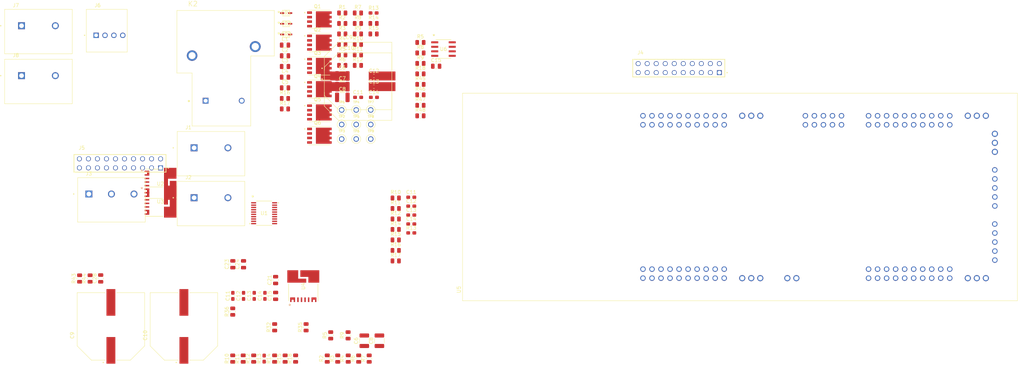
<source format=kicad_pcb>
(kicad_pcb (version 20241229) (generator "pcbnew") (generator_version "9.0")
  (layers (0 "F.Cu" signal) (2 "B.Cu" signal) (13 "F.Paste" user) (15 "B.Paste" user) (5 "F.SilkS" user "F.Silkscreen") (7 "B.SilkS" user "B.Silkscreen") (1 "F.Mask" user) (3 "B.Mask" user) (25 "Edge.Cuts" user))
  (net 0 "")
  (net 1 "+3.3V")
  (net 2 "GND")
  (net 3 "/GateDriver&Power Inputs/CBSTA_HI")
  (net 4 "/GateDriver&Power Inputs/CBSTB_HI")
  (net 5 "/GateDriver&Power Inputs/CBSTC_HI")
  (net 6 "+100VDC")
  (net 17 "+100VDC to Relay")
  (net 28 "Net-(Q1-Pad4)")
  (net 29 "Net-(Q2-Pad4)")
  (net 30 "Net-(Q3-Pad4)")
  (net 31 "Net-(Q4-Pad4)")
  (net 32 "Net-(Q5-Pad4)")
  (net 33 "Net-(Q6-Pad4)")
  (net 34 "/GateDriver&Power Inputs/GHA")
  (net 35 "/GateDriver&Power Inputs/GLA")
  (net 36 "/GateDriver&Power Inputs/GHB")
  (net 37 "/GateDriver&Power Inputs/GLB")
  (net 38 "/GateDriver&Power Inputs/GHC")
  (net 39 "/GateDriver&Power Inputs/GLC")
  (net 40 "/Current sense/ISENC")
  (net 41 "/Current sense/ISENB")
  (net 42 "/Current sense/ISENA")
  (net 43 "Net-(F1-Pad1)")
  (net 44 "/Current sense/3_Out")
  (net 45 "/Current sense/2_Out")
  (net 46 "/Current sense/1_Out")
  (net 55 "Net-(U6-+INA)")
  (net 62 "+12VDC")
  (net 70 "Net-(U5A-~{XRS}-PadJ2_16)")
  (net 72 "/SHA")
  (net 74 "/SHB")
  (net 140 "/SHC")
  (net 141 "/Current sense/Vref")
  (net 142 "/SEN_100V")
  (net 143 "+12V to relay")
  (net 144 "/MOTB")
  (net 145 "/MOTA")
  (net 146 "/MOTC")
  (net 147 "Net-(J7-Pad1)")
  (net 148 "/Current sense/OCD1_A")
  (net 149 "/Current sense/OCD2_A")
  (net 150 "/Current sense/OCD2_B")
  (net 151 "/Current sense/OCD1_B")
  (net 152 "/Current sense/OCD2_C")
  (net 153 "/Current sense/OCD1_C")
  (net 154 "/INHB")
  (net 155 "/INLA")
  (net 156 "/INLC")
  (net 157 "/INHC")
  (net 158 "/INHA")
  (net 159 "+5V")
  (net 160 "Net-(U6--INA)")
  (net 161 "Net-(U6-+INB)")
  (net 162 "Net-(U6--INB)")
  (net 163 "/Encoder Input/COS_IN")
  (net 164 "/Encoder Input/COS_MCU")
  (net 165 "/Encoder Input/SIN_IN")
  (net 166 "/Encoder Input/SIN_MCU")
  (net 167 "+3.3VDC")
  (net 170 "/Current sense/IA-")
  (net 171 "/Current sense/IB-")
  (net 172 "/GateDriver&Power Inputs/ISENB")
  (net 173 "/GateDriver&Power Inputs/VSENC")
  (net 174 "/GateDriver&Power Inputs/ISENA")
  (net 175 "/GateDriver&Power Inputs/VSENB")
  (net 176 "/GateDriver&Power Inputs/ISENC")
  (net 177 "/GateDriver&Power Inputs/VSENA")
  (net 178 "/GateDriver&Power Inputs/VSEN_12V")
  (net 179 "/GateDriver&Power Inputs/SEN_100V")
  (footprint "Resistor_SMD:R_0805_2012Metric" (layer "F.Cu") (at 104.17 126.005 90)
    (property "Reference" "R6" (at 0 -1.65 90) (layer "F.SilkS"))
    (property "Value" "15R")
    (pad "1" smd roundrect (at -0.9125 0 90) (size 1.025 1.4) (layers "F.Cu" "F.Mask" "F.Paste") (roundrect_rratio 0.243902) (net 38 "/GateDriver&Power Inputs/GHC"))
    (pad "2" smd roundrect (at 0.9125 0 90) (size 1.025 1.4) (layers "F.Cu" "F.Mask" "F.Paste") (roundrect_rratio 0.243902) (net 32 "Net-(Q5-Pad4)"))
  )
  (footprint "Resistor_SMD:R_0805_2012Metric" (layer "F.Cu") (at 83.40665 55.717863)
    (property "Reference" "R17" (at 0 -1.65 0) (layer "F.SilkS"))
    (property "Value" "4.7K")
    (pad "1" smd roundrect (at -0.9125 0) (size 1.025 1.4) (layers "F.Cu" "F.Mask" "F.Paste") (roundrect_rratio 0.243902) (net 167 "+3.3VDC"))
    (pad "2" smd roundrect (at 0.9125 0) (size 1.025 1.4) (layers "F.Cu" "F.Mask" "F.Paste") (roundrect_rratio 0.243902) (net 153 "/Current sense/OCD1_C"))
  )
  (footprint "Resistor_SMD:R_0805_2012Metric" (layer "F.Cu") (at 68.71 112.775 90)
    (property "Reference" "R36" (at 0 -1.65 90) (layer "F.SilkS"))
    (property "Value" "220R")
    (pad "1" smd roundrect (at -0.9125 0 90) (size 1.025 1.4) (layers "F.Cu" "F.Mask" "F.Paste") (roundrect_rratio 0.243902) (net 44 "/Current sense/3_Out"))
    (pad "2" smd roundrect (at 0.9125 0 90) (size 1.025 1.4) (layers "F.Cu" "F.Mask" "F.Paste") (roundrect_rratio 0.243902) (net 40 "/Current sense/ISENC"))
  )
  (footprint "Resistor_SMD:R_0805_2012Metric" (layer "F.Cu") (at 95.32 126.005 90)
    (property "Reference" "R2" (at 0 -1.65 90) (layer "F.SilkS"))
    (property "Value" "15R")
    (pad "1" smd roundrect (at -0.9125 0 90) (size 1.025 1.4) (layers "F.Cu" "F.Mask" "F.Paste") (roundrect_rratio 0.243902) (net 35 "/GateDriver&Power Inputs/GLA"))
    (pad "2" smd roundrect (at 0.9125 0 90) (size 1.025 1.4) (layers "F.Cu" "F.Mask" "F.Paste") (roundrect_rratio 0.243902) (net 29 "Net-(Q2-Pad4)"))
  )
  (footprint "Resistor_SMD:R_0805_2012Metric" (layer "F.Cu") (at 121.5466 42.9079)
    (property "Reference" "R9" (at 0 -1.65 0) (layer "F.SilkS"))
    (property "Value" "10k")
    (pad "1" smd roundrect (at -0.9125 0) (size 1.025 1.4) (layers "F.Cu" "F.Mask" "F.Paste") (roundrect_rratio 0.243902) (net 161 "Net-(U6-+INB)"))
    (pad "2" smd roundrect (at 0.9125 0) (size 1.025 1.4) (layers "F.Cu" "F.Mask" "F.Paste") (roundrect_rratio 0.243902) (net 2 "GND"))
  )
  (footprint "Capacitor_SMD:C_0603_1608Metric_Pad1.08x0.95mm_HandSolder" (layer "F.Cu") (at 118.9675 85.6)
    (property "Reference" "C13" (at 0 -1.43 0) (layer "F.SilkS"))
    (property "Value" "220nF")
    (pad "1" smd roundrect (at -0.8625 0) (size 1.075 0.95) (layers "F.Cu" "F.Mask" "F.Paste") (net 2 "GND"))
    (pad "2" smd roundrect (at 0.8625 0) (size 1.075 0.95) (layers "F.Cu" "F.Mask" "F.Paste") (net 167 "+3.3VDC"))
  )
  (footprint "Resistor_SMD:R_0805_2012Metric" (layer "F.Cu") (at 68.71 126.005 90)
    (property "Reference" "R10" (at 0 -1.65 90) (layer "F.SilkS"))
    (property "Value" "4.7K")
    (pad "1" smd roundrect (at -0.9125 0 90) (size 1.025 1.4) (layers "F.Cu" "F.Mask" "F.Paste") (roundrect_rratio 0.243902) (net 141 "/Current sense/Vref"))
    (pad "2" smd roundrect (at 0.9125 0 90) (size 1.025 1.4) (layers "F.Cu" "F.Mask" "F.Paste") (roundrect_rratio 0.243902) (net 2 "GND"))
  )
  (footprint "Capacitor_SMD:C_0603_1608Metric_Pad1.08x0.95mm_HandSolder" (layer "F.Cu") (at 108.45665 49.447863)
    (property "Reference" "C13" (at 0 -1.43 0) (layer "F.SilkS"))
    (property "Value" "220nF")
    (pad "1" smd roundrect (at -0.8625 0) (size 1.075 0.95) (layers "F.Cu" "F.Mask" "F.Paste") (net 2 "GND"))
    (pad "2" smd roundrect (at 0.8625 0) (size 1.075 0.95) (layers "F.Cu" "F.Mask" "F.Paste") (net 167 "+3.3VDC"))
  )
  (footprint "Capacitor_SMD:C_1210_3225Metric" (layer "F.Cu") (at 105.75 120.975 90)
    (property "Reference" "C6" (at 0 -2.3 90) (layer "F.SilkS"))
    (property "Value" "1uF")
    (pad "1" smd roundrect (at -1.475 0 90) (size 1.15 2.7) (layers "F.Cu" "F.Mask" "F.Paste") (roundrect_rratio 0.217391) (net 6 "+100VDC"))
    (pad "2" smd roundrect (at 1.475 0 90) (size 1.15 2.7) (layers "F.Cu" "F.Mask" "F.Paste") (roundrect_rratio 0.217391) (net 2 "GND"))
  )
  (footprint "Resistor_SMD:R_0805_2012Metric" (layer "F.Cu") (at 99.53665 43.457863)
    (property "Reference" "R6" (at 0 -1.65 0) (layer "F.SilkS"))
    (property "Value" "15R")
    (pad "1" smd roundrect (at -0.9125 0) (size 1.025 1.4) (layers "F.Cu" "F.Mask" "F.Paste") (roundrect_rratio 0.243902) (net 38 "/GateDriver&Power Inputs/GHC"))
    (pad "2" smd roundrect (at 0.9125 0) (size 1.025 1.4) (layers "F.Cu" "F.Mask" "F.Paste") (roundrect_rratio 0.243902) (net 32 "Net-(Q5-Pad4)"))
  )
  (footprint "Resistor_SMD:R_0805_2012Metric" (layer "F.Cu") (at 121.5466 45.8579)
    (property "Reference" "R18" (at 0 -1.65 0) (layer "F.SilkS"))
    (property "Value" "10k")
    (pad "1" smd roundrect (at -0.9125 0) (size 1.025 1.4) (layers "F.Cu" "F.Mask" "F.Paste") (roundrect_rratio 0.243902) (net 159 "+5V"))
    (pad "2" smd roundrect (at 0.9125 0) (size 1.025 1.4) (layers "F.Cu" "F.Mask" "F.Paste") (roundrect_rratio 0.243902) (net 162 "Net-(U6--INB)"))
  )
  (footprint "Capacitor_SMD:C_1210_3225Metric" (layer "F.Cu") (at 110 120.975 90)
    (property "Reference" "C8" (at 0 -2.3 90) (layer "F.SilkS"))
    (property "Value" "1uF")
    (pad "1" smd roundrect (at -1.475 0 90) (size 1.15 2.7) (layers "F.Cu" "F.Mask" "F.Paste") (roundrect_rratio 0.217391) (net 6 "+100VDC"))
    (pad "2" smd roundrect (at 1.475 0 90) (size 1.15 2.7) (layers "F.Cu" "F.Mask" "F.Paste") (roundrect_rratio 0.217391) (net 2 "GND"))
  )
  (footprint "Resistor_SMD:R_0805_2012Metric" (layer "F.Cu") (at 98.27 126.005 90)
    (property "Reference" "R3" (at 0 -1.65 90) (layer "F.SilkS"))
    (property "Value" "15R")
    (pad "1" smd roundrect (at -0.9125 0 90) (size 1.025 1.4) (layers "F.Cu" "F.Mask" "F.Paste") (roundrect_rratio 0.243902) (net 36 "/GateDriver&Power Inputs/GHB"))
    (pad "2" smd roundrect (at 0.9125 0 90) (size 1.025 1.4) (layers "F.Cu" "F.Mask" "F.Paste") (roundrect_rratio 0.243902) (net 30 "Net-(Q3-Pad4)"))
  )
  (footprint "Capacitor_SMD:C_0603_1608Metric_Pad1.08x0.95mm_HandSolder" (layer "F.Cu") (at 108.45665 46.437863)
    (property "Reference" "C12" (at 0 -1.43 0) (layer "F.SilkS"))
    (property "Value" "220nF")
    (pad "1" smd roundrect (at -0.8625 0) (size 1.075 0.95) (layers "F.Cu" "F.Mask" "F.Paste") (net 141 "/Current sense/Vref"))
    (pad "2" smd roundrect (at 0.8625 0) (size 1.075 0.95) (layers "F.Cu" "F.Mask" "F.Paste") (net 2 "GND"))
  )
  (footprint "5002 (1):KEYSTONE_5002" (layer "F.Cu") (at 107.55665 56.007863)
    (property "Reference" "TP7" (at 0.032 -2.2064 0) (layer "F.SilkS") (effects (font (size 0.64 0.64))))
    (property "Value" "5002")
    (pad "TP" thru_hole circle (at 0 0) (size 1.53 1.53) (drill 1.02) (layers "*.Cu" "*.Mask") (net 38 "/GateDriver&Power Inputs/GHC"))
  )
  (footprint "Resistor_SMD:R_0805_2012Metric" (layer "F.Cu") (at 114.5875 80.8)
    (property "Reference" "R10" (at 0 -1.65 0) (layer "F.SilkS"))
    (property "Value" "4.7K")
    (pad "1" smd roundrect (at -0.9125 0) (size 1.025 1.4) (layers "F.Cu" "F.Mask" "F.Paste") (roundrect_rratio 0.243902) (net 141 "/Current sense/Vref"))
    (pad "2" smd roundrect (at 0.9125 0) (size 1.025 1.4) (layers "F.Cu" "F.Mask" "F.Paste") (roundrect_rratio 0.243902) (net 2 "GND"))
  )
  (footprint "Resistor_SMD:R_0805_2012Metric" (layer "F.Cu") (at 121.5466 37.0079)
    (property "Reference" "R5" (at 0 -1.65 0) (layer "F.SilkS"))
    (property "Value" "10k")
    (pad "1" smd roundrect (at -0.9125 0) (size 1.025 1.4) (layers "F.Cu" "F.Mask" "F.Paste") (roundrect_rratio 0.243902) (net 55 "Net-(U6-+INA)"))
    (pad "2" smd roundrect (at 0.9125 0) (size 1.025 1.4) (layers "F.Cu" "F.Mask" "F.Paste") (roundrect_rratio 0.243902) (net 2 "GND"))
  )
  (footprint "BAV20WS-TP:CR_SOD-323_MCC" (layer "F.Cu") (at 83.74635 28.736163)
    (property "Reference" "CR1" (at 0 0 0) (layer "F.SilkS"))
    (property "Value" "~")
    (fp_text user "*" (at -2.0955 0 0) (layer "F.SilkS"))
    (fp_text user "*" (at -2.0955 0 0) (layer "F.SilkS"))
    (pad "1" smd rect (at -1.1303 0) (size 1.1684 0.4572) (layers "F.Cu" "F.Mask" "F.Paste") (net 3 "/GateDriver&Power Inputs/CBSTA_HI"))
    (pad "2" smd rect (at 1.1303 0) (size 1.1684 0.4572) (layers "F.Cu" "F.Mask" "F.Paste") (net 62 "+12VDC"))
  )
  (footprint "Resistor_SMD:R_0805_2012Metric" (layer "F.Cu") (at 25.61 103.455 90)
    (property "Reference" "R43" (at 0 -1.65 90) (layer "F.SilkS"))
    (property "Value" "97.6K")
    (pad "1" smd roundrect (at -0.9125 0 90) (size 1.025 1.4) (layers "F.Cu" "F.Mask" "F.Paste") (roundrect_rratio 0.243902) (net 17 "+100VDC to Relay"))
    (pad "2" smd roundrect (at 0.9125 0 90) (size 1.025 1.4) (layers "F.Cu" "F.Mask" "F.Paste") (roundrect_rratio 0.243902) (net 142 "/SEN_100V"))
  )
  (footprint "Resistor_SMD:R_0805_2012Metric" (layer "F.Cu") (at 99.53665 37.557863)
    (property "Reference" "R4" (at 0 -1.65 0) (layer "F.SilkS"))
    (property "Value" "15R")
    (pad "1" smd roundrect (at -0.9125 0) (size 1.025 1.4) (layers "F.Cu" "F.Mask" "F.Paste") (roundrect_rratio 0.243902) (net 37 "/GateDriver&Power Inputs/GLB"))
    (pad "2" smd roundrect (at 0.9125 0) (size 1.025 1.4) (layers "F.Cu" "F.Mask" "F.Paste") (roundrect_rratio 0.243902) (net 31 "Net-(Q4-Pad4)"))
  )
  (footprint "Resistor_SMD:R_0805_2012Metric" (layer "F.Cu") (at 83.40665 52.767863)
    (property "Reference" "R16" (at 0 -1.65 0) (layer "F.SilkS"))
    (property "Value" "4.7K")
    (pad "1" smd roundrect (at -0.9125 0) (size 1.025 1.4) (layers "F.Cu" "F.Mask" "F.Paste") (roundrect_rratio 0.243902) (net 167 "+3.3VDC"))
    (pad "2" smd roundrect (at 0.9125 0) (size 1.025 1.4) (layers "F.Cu" "F.Mask" "F.Paste") (roundrect_rratio 0.243902) (net 152 "/Current sense/OCD2_C"))
  )
  (footprint "Resistor_SMD:R_0805_2012Metric" (layer "F.Cu") (at 107.12 126.005 90)
    (property "Reference" "R7" (at 0 -1.65 90) (layer "F.SilkS"))
    (property "Value" "15R")
    (pad "1" smd roundrect (at -0.9125 0 90) (size 1.025 1.4) (layers "F.Cu" "F.Mask" "F.Paste") (roundrect_rratio 0.243902) (net 39 "/GateDriver&Power Inputs/GLC"))
    (pad "2" smd roundrect (at 0.9125 0 90) (size 1.025 1.4) (layers "F.Cu" "F.Mask" "F.Paste") (roundrect_rratio 0.243902) (net 33 "Net-(Q6-Pad4)"))
  )
  (footprint "CSD19532Q5B (1):TRANS_CSD19532Q5B" (layer "F.Cu") (at 93.10665 63.257863)
    (property "Reference" "Q6" (at -0.531 -3.635 0) (layer "F.SilkS"))
    (property "Value" "CSD19532Q5B")
    (pad "1" smd rect (at -2.77 -1.905) (size 1.372 0.71) (layers "F.Cu" "F.Mask") (net 2 "GND"))
    (pad "2" smd rect (at -2.77 -0.635) (size 1.372 0.71) (layers "F.Cu" "F.Mask"))
    (pad "3" smd rect (at -2.77 0.635) (size 1.372 0.71) (layers "F.Cu" "F.Mask"))
    (pad "4" smd rect (at -2.77 1.905) (size 1.372 0.71) (layers "F.Cu" "F.Mask") (net 33 "Net-(Q6-Pad4)"))
    (pad "5_8" smd custom (at 0 0) (size 1 1) (layers "F.Cu") (net 140 "/SHC") (options (clearance outline) (anchor rect)) (primitives (gr_poly (pts (xy -0.984 2.26) (xy -0.984 -2.26) (xy 3.456 -2.26) (xy 3.456 -1.55) (xy 2.866 -1.55) (xy 2.866 -0.99) (xy 3.456 -0.99) (xy 3.456 -0.28) (xy 2.866 -0.28) (xy 2.866 0.28) (xy 3.456 0.28) (xy 3.456 0.99) (xy 2.866 0.99) (xy 2.866 1.55) (xy 3.456 1.55) (xy 3.456 2.26)) (width 0.01) (fill yes))))
  )
  (footprint "Resistor_SMD:R_0805_2012Metric" (layer "F.Cu") (at 114.5875 92.6)
    (property "Reference" "R15" (at 0 -1.65 0) (layer "F.SilkS"))
    (property "Value" "4.7K")
    (pad "1" smd roundrect (at -0.9125 0) (size 1.025 1.4) (layers "F.Cu" "F.Mask" "F.Paste") (roundrect_rratio 0.243902) (net 167 "+3.3VDC"))
    (pad "2" smd roundrect (at 0.9125 0) (size 1.025 1.4) (layers "F.Cu" "F.Mask" "F.Paste") (roundrect_rratio 0.243902) (net 151 "/Current sense/OCD1_B"))
  )
  (footprint "Resistor_SMD:R_0805_2012Metric" (layer "F.Cu") (at 101.22 126.005 90)
    (property "Reference" "R4" (at 0 -1.65 90) (layer "F.SilkS"))
    (property "Value" "15R")
    (pad "1" smd roundrect (at -0.9125 0 90) (size 1.025 1.4) (layers "F.Cu" "F.Mask" "F.Paste") (roundrect_rratio 0.243902) (net 37 "/GateDriver&Power Inputs/GLB"))
    (pad "2" smd roundrect (at 0.9125 0 90) (size 1.025 1.4) (layers "F.Cu" "F.Mask" "F.Paste") (roundrect_rratio 0.243902) (net 31 "Net-(Q4-Pad4)"))
  )
  (footprint "CSD19532Q5B (1):TRANS_CSD19532Q5B" (layer "F.Cu") (at 93.10665 56.707863)
    (property "Reference" "Q5" (at -0.531 -3.635 0) (layer "F.SilkS"))
    (property "Value" "CSD19532Q5B")
    (pad "1" smd rect (at -2.77 -1.905) (size 1.372 0.71) (layers "F.Cu" "F.Mask") (net 140 "/SHC"))
    (pad "2" smd rect (at -2.77 -0.635) (size 1.372 0.71) (layers "F.Cu" "F.Mask"))
    (pad "3" smd rect (at -2.77 0.635) (size 1.372 0.71) (layers "F.Cu" "F.Mask"))
    (pad "4" smd rect (at -2.77 1.905) (size 1.372 0.71) (layers "F.Cu" "F.Mask") (net 32 "Net-(Q5-Pad4)"))
    (pad "5_8" smd custom (at 0 0) (size 1 1) (layers "F.Cu") (net 6 "+100VDC") (options (clearance outline) (anchor rect)) (primitives (gr_poly (pts (xy -0.984 2.26) (xy -0.984 -2.26) (xy 3.456 -2.26) (xy 3.456 -1.55) (xy 2.866 -1.55) (xy 2.866 -0.99) (xy 3.456 -0.99) (xy 3.456 -0.28) (xy 2.866 -0.28) (xy 2.866 0.28) (xy 3.456 0.28) (xy 3.456 0.99) (xy 2.866 0.99) (xy 2.866 1.55) (xy 3.456 1.55) (xy 3.456 2.26)) (width 0.01) (fill yes))))
  )
  (footprint "5002 (1):KEYSTONE_5002" (layer "F.Cu") (at 99.37665 60.097863)
    (property "Reference" "TP2" (at 0.032 -2.2064 0) (layer "F.SilkS") (effects (font (size 0.64 0.64))))
    (property "Value" "5002")
    (pad "TP" thru_hole circle (at 0 0) (size 1.53 1.53) (drill 1.02) (layers "*.Cu" "*.Mask") (net 34 "/GateDriver&Power Inputs/GHA"))
  )
  (footprint "Resistor_SMD:R_0805_2012Metric" (layer "F.Cu") (at 103.94665 34.607863)
    (property "Reference" "R9" (at 0 -1.65 0) (layer "F.SilkS"))
    (property "Value" "10k")
    (pad "1" smd roundrect (at -0.9125 0) (size 1.025 1.4) (layers "F.Cu" "F.Mask" "F.Paste") (roundrect_rratio 0.243902) (net 161 "Net-(U6-+INB)"))
    (pad "2" smd roundrect (at 0.9125 0) (size 1.025 1.4) (layers "F.Cu" "F.Mask" "F.Paste") (roundrect_rratio 0.243902) (net 2 "GND"))
  )
  (footprint "Resistor_SMD:R_0805_2012Metric" (layer "F.Cu") (at 86.41 126.005 90)
    (property "Reference" "R18" (at 0 -1.65 90) (layer "F.SilkS"))
    (property "Value" "10k")
    (pad "1" smd roundrect (at -0.9125 0 90) (size 1.025 1.4) (layers "F.Cu" "F.Mask" "F.Paste") (roundrect_rratio 0.243902) (net 159 "+5V"))
    (pad "2" smd roundrect (at 0.9125 0 90) (size 1.025 1.4) (layers "F.Cu" "F.Mask" "F.Paste") (roundrect_rratio 0.243902) (net 162 "Net-(U6--INB)"))
  )
  (footprint "Resistor_SMD:R_0805_2012Metric" (layer "F.Cu") (at 99.53665 31.657863)
    (property "Reference" "R2" (at 0 -1.65 0) (layer "F.SilkS"))
    (property "Value" "15R")
    (pad "1" smd roundrect (at -0.9125 0) (size 1.025 1.4) (layers "F.Cu" "F.Mask" "F.Paste") (roundrect_rratio 0.243902) (net 35 "/GateDriver&Power Inputs/GLA"))
    (pad "2" smd roundrect (at 0.9125 0) (size 1.025 1.4) (layers "F.Cu" "F.Mask" "F.Paste") (roundrect_rratio 0.243902) (net 29 "Net-(Q2-Pad4)"))
  )
  (footprint "PHOENIX_1989764:PHOENIX_1989764" (layer "F.Cu") (at 27.5025 39.7)
    (property "Reference" "J6" (at 3.175 -13.135 0) (layer "F.SilkS"))
    (property "Value" "1989764")
    (pad "1" thru_hole rect (at 2.75 -4.7) (size 1.508 1.508) (drill 1) (layers "*.Cu" "*.Mask") (net 165 "/Encoder Input/SIN_IN"))
    (pad "2" thru_hole circle (at 5.25 -4.7) (size 1.508 1.508) (drill 1) (layers "*.Cu" "*.Mask") (net 163 "/Encoder Input/COS_IN"))
    (pad "3" thru_hole circle (at 7.75 -4.7) (size 1.508 1.508) (drill 1) (layers "*.Cu" "*.Mask") (net 2 "GND"))
    (pad "4" thru_hole circle (at 10.25 -4.7) (size 1.508 1.508) (drill 1) (layers "*.Cu" "*.Mask") (net 159 "+5V"))
  )
  (footprint "1714971:PHOENIX_1714971" (layer "F.Cu") (at 53.07165 88.617863)
    (property "Reference" "J2" (at 3.175 -13.635 0) (layer "F.SilkS"))
    (property "Value" "1714971")
    (pad "1" thru_hole rect (at 4.76 -7.9) (size 1.95 1.95) (drill 1.3) (layers "*.Cu" "*.Mask") (net 2 "GND"))
    (pad "2" thru_hole circle (at 14.28 -7.9) (size 1.95 1.95) (drill 1.3) (layers "*.Cu" "*.Mask") (net 43 "Net-(F1-Pad1)"))
  )
  (footprint "Capacitor_SMD:C_0603_1608Metric_Pad1.08x0.95mm_HandSolder" (layer "F.Cu") (at 118.9675 88.11)
    (property "Reference" "C14" (at 0 -1.43 0) (layer "F.SilkS"))
    (property "Value" "220nF")
    (pad "1" smd roundrect (at -0.8625 0) (size 1.075 0.95) (layers "F.Cu" "F.Mask" "F.Paste") (net 2 "GND"))
    (pad "2" smd roundrect (at 0.8625 0) (size 1.075 0.95) (layers "F.Cu" "F.Mask" "F.Paste") (net 167 "+3.3VDC"))
  )
  (footprint "Resistor_SMD:R_0805_2012Metric" (layer "F.Cu") (at 101.18 119.455 90)
    (property "Reference" "R9" (at 0 -1.65 90) (layer "F.SilkS"))
    (property "Value" "10k")
    (pad "1" smd roundrect (at -0.9125 0 90) (size 1.025 1.4) (layers "F.Cu" "F.Mask" "F.Paste") (roundrect_rratio 0.243902) (net 161 "Net-(U6-+INB)"))
    (pad "2" smd roundrect (at 0.9125 0 90) (size 1.025 1.4) (layers "F.Cu" "F.Mask" "F.Paste") (roundrect_rratio 0.243902) (net 2 "GND"))
  )
  (footprint "Resistor_SMD:R_0805_2012Metric" (layer "F.Cu") (at 74.61 126.005 90)
    (property "Reference" "R12" (at 0 -1.65 90) (layer "F.SilkS"))
    (property "Value" "4.7K")
    (pad "1" smd roundrect (at -0.9125 0 90) (size 1.025 1.4) (layers "F.Cu" "F.Mask" "F.Paste") (roundrect_rratio 0.243902) (net 167 "+3.3VDC"))
    (pad "2" smd roundrect (at 0.9125 0 90) (size 1.025 1.4) (layers "F.Cu" "F.Mask" "F.Paste") (roundrect_rratio 0.243902) (net 148 "/Current sense/OCD1_A"))
  )
  (footprint "Resistor_SMD:R_0805_2012Metric" (layer "F.Cu") (at 103.94665 37.557863)
    (property "Reference" "R10" (at 0 -1.65 0) (layer "F.SilkS"))
    (property "Value" "4.7K")
    (pad "1" smd roundrect (at -0.9125 0) (size 1.025 1.4) (layers "F.Cu" "F.Mask" "F.Paste") (roundrect_rratio 0.243902) (net 141 "/Current sense/Vref"))
    (pad "2" smd roundrect (at 0.9125 0) (size 1.025 1.4) (layers "F.Cu" "F.Mask" "F.Paste") (roundrect_rratio 0.243902) (net 2 "GND"))
  )
  (footprint "Capacitor_SMD:C_0603_1608Metric_Pad1.08x0.95mm_HandSolder" (layer "F.Cu") (at 74.76 108.345 90)
    (property "Reference" "C13" (at 0 -1.43 90) (layer "F.SilkS"))
    (property "Value" "220nF")
    (pad "1" smd roundrect (at -0.8625 0 90) (size 1.075 0.95) (layers "F.Cu" "F.Mask" "F.Paste") (net 2 "GND"))
    (pad "2" smd roundrect (at 0.8625 0 90) (size 1.075 0.95) (layers "F.Cu" "F.Mask" "F.Paste") (net 167 "+3.3VDC"))
  )
  (footprint "Capacitor_SMD:C_0805_2012Metric" (layer "F.Cu") (at 68.74 99.445 90)
    (property "Reference" "C23" (at 0 -1.68 90) (layer "F.SilkS"))
    (property "Value" "47nF")
    (pad "1" smd roundrect (at -0.95 0 90) (size 1 1.45) (layers "F.Cu" "F.Mask" "F.Paste") (net 41 "/Current sense/ISENB"))
    (pad "2" smd roundrect (at 0.95 0 90) (size 1 1.45) (layers "F.Cu" "F.Mask" "F.Paste") (net 2 "GND"))
  )
  (footprint "EEV_FK2A331M:CAP_EEVFK2A331M" (layer "F.Cu") (at 34.41 116.935 90)
    (property "Reference" "C9" (at -2.525 -10.885 90) (layer "F.SilkS"))
    (property "Value" "EEVFK2A331M")
    (pad "1" smd rect (at -6.75 0 90) (size 7.5 2.5) (layers "F.Cu" "F.Mask" "F.Paste") (net 17 "+100VDC to Relay"))
    (pad "2" smd rect (at 6.75 0 90) (size 7.5 2.5) (layers "F.Cu" "F.Mask" "F.Paste") (net 2 "GND"))
  )
  (footprint "Capacitor_SMD:C_0805_2012Metric" (layer "F.Cu") (at 71.75 99.445 90)
    (property "Reference" "C24" (at 0 -1.68 90) (layer "F.SilkS"))
    (property "Value" "47nF")
    (pad "1" smd roundrect (at -0.95 0 90) (size 1 1.45) (layers "F.Cu" "F.Mask" "F.Paste") (net 42 "/Current sense/ISENA"))
    (pad "2" smd roundrect (at 0.95 0 90) (size 1 1.45) (layers "F.Cu" "F.Mask" "F.Paste") (net 2 "GND"))
  )
  (footprint "5002 (1):KEYSTONE_5002" (layer "F.Cu") (at 99.37665 56.007863)
    (property "Reference" "TP1" (at 0.032 -2.2064 0) (layer "F.SilkS") (effects (font (size 0.64 0.64))))
    (property "Value" "5002")
    (pad "TP" thru_hole circle (at 0 0) (size 1.53 1.53) (drill 1.02) (layers "*.Cu" "*.Mask") (net 145 "/MOTA"))
  )
  (footprint "Capacitor_SMD:C_0603_1608Metric_Pad1.08x0.95mm_HandSolder" (layer "F.Cu") (at 77.77 108.345 90)
    (property "Reference" "C14" (at 0 -1.43 90) (layer "F.SilkS"))
    (property "Value" "220nF")
    (pad "1" smd roundrect (at -0.8625 0 90) (size 1.075 0.95) (layers "F.Cu" "F.Mask" "F.Paste") (net 2 "GND"))
    (pad "2" smd roundrect (at 0.8625 0 90) (size 1.075 0.95) (layers "F.Cu" "F.Mask" "F.Paste") (net 167 "+3.3VDC"))
  )
  (footprint "EEV_FK2A331M:CAP_EEVFK2A331M" (layer "F.Cu") (at 54.96 116.935 90)
    (property "Reference" "C10" (at -2.525 -10.885 90) (layer "F.SilkS"))
    (property "Value" "EEVFK2A331M")
    (pad "1" smd rect (at -6.75 0 90) (size 7.5 2.5) (layers "F.Cu" "F.Mask" "F.Paste") (net 17 "+100VDC to Relay"))
    (pad "2" smd rect (at 6.75 0 90) (size 7.5 2.5) (layers "F.Cu" "F.Mask" "F.Paste") (net 2 "GND"))
  )
  (footprint "Capacitor_SMD:C_1210_3225Metric" (layer "F.Cu") (at 99.55665 46.437863)
    (property "Reference" "C6" (at 0 -2.3 0) (layer "F.SilkS"))
    (property "Value" "1uF")
    (pad "1" smd roundrect (at -1.475 0) (size 1.15 2.7) (layers "F.Cu" "F.Mask" "F.Paste") (roundrect_rratio 0.217391) (net 6 "+100VDC"))
    (pad "2" smd roundrect (at 1.475 0) (size 1.15 2.7) (layers "F.Cu" "F.Mask" "F.Paste") (roundrect_rratio 0.217391) (net 2 "GND"))
  )
  (footprint "Capacitor_SMD:C_0805_2012Metric" (layer "F.Cu") (at 80.78 103.895 90)
    (property "Reference" "C21" (at 0 -1.68 90) (layer "F.SilkS"))
    (property "Value" "47nF")
    (pad "1" smd roundrect (at -0.95 0 90) (size 1 1.45) (layers "F.Cu" "F.Mask" "F.Paste") (net 40 "/Current sense/ISENC"))
    (pad "2" smd roundrect (at 0.95 0 90) (size 1 1.45) (layers "F.Cu" "F.Mask" "F.Paste") (net 2 "GND"))
  )
  (footprint "Resistor_SMD:R_0805_2012Metric" (layer "F.Cu") (at 121.5466 54.7079)
    (property "Reference" "R47" (at 0 -1.65 0) (layer "F.SilkS"))
    (property "Value" "3K")
    (pad "1" smd roundrect (at -0.9125 0) (size 1.025 1.4) (layers "F.Cu" "F.Mask" "F.Paste") (roundrect_rratio 0.243902) (net 161 "Net-(U6-+INB)"))
    (pad "2" smd roundrect (at 0.9125 0) (size 1.025 1.4) (layers "F.Cu" "F.Mask" "F.Paste") (roundrect_rratio 0.243902) (net 165 "/Encoder Input/SIN_IN"))
  )
  (footprint "Resistor_SMD:R_0805_2012Metric" (layer "F.Cu") (at 28.56 103.455 90)
    (property "Reference" "R44" (at 0 -1.65 90) (layer "F.SilkS"))
    (property "Value" "3K")
    (pad "1" smd roundrect (at -0.9125 0 90) (size 1.025 1.4) (layers "F.Cu" "F.Mask" "F.Paste") (roundrect_rratio 0.243902) (net 142 "/SEN_100V"))
    (pad "2" smd roundrect (at 0.9125 0 90) (size 1.025 1.4) (layers "F.Cu" "F.Mask" "F.Paste") (roundrect_rratio 0.243902) (net 2 "GND"))
  )
  (footprint "Resistor_SMD:R_0805_2012Metric" (layer "F.Cu") (at 108.35665 31.657863)
    (property "Reference" "R14" (at 0 -1.65 0) (layer "F.SilkS"))
    (property "Value" "4.7K")
    (pad "1" smd roundrect (at -0.9125 0) (size 1.025 1.4) (layers "F.Cu" "F.Mask" "F.Paste") (roundrect_rratio 0.243902) (net 167 "+3.3VDC"))
    (pad "2" smd roundrect (at 0.9125 0) (size 1.025 1.4) (layers "F.Cu" "F.Mask" "F.Paste") (roundrect_rratio 0.243902) (net 150 "/Current sense/OCD2_B"))
  )
  (footprint "Resistor_SMD:R_0805_2012Metric" (layer "F.Cu") (at 114.5875 98.5)
    (property "Reference" "R17" (at 0 -1.65 0) (layer "F.SilkS"))
    (property "Value" "4.7K")
    (pad "1" smd roundrect (at -0.9125 0) (size 1.025 1.4) (layers "F.Cu" "F.Mask" "F.Paste") (roundrect_rratio 0.243902) (net 167 "+3.3VDC"))
    (pad "2" smd roundrect (at 0.9125 0) (size 1.025 1.4) (layers "F.Cu" "F.Mask" "F.Paste") (roundrect_rratio 0.243902) (net 153 "/Current sense/OCD1_C"))
  )
  (footprint "DRV8300DIPWR:TSSOP_0DIPWR_TEX" (layer "F.Cu") (at 77.54725 85.075063)
    (property "Reference" "U1" (at 0 0 0) (layer "F.SilkS"))
    (property "Value" "DRV8300DIPWR")
    (fp_text user "*" (at -3.20675 -4.423537 0) (layer "F.SilkS"))
    (fp_text user "*" (at -3.20675 -4.423537 0) (layer "F.SilkS"))
    (pad "1" smd rect (at -2.95275 -2.924937) (size 1.4097 0.3556) (layers "F.Cu" "F.Mask" "F.Paste") (net 158 "/INHA"))
    (pad "2" smd rect (at -2.95275 -2.274951) (size 1.4097 0.3556) (layers "F.Cu" "F.Mask" "F.Paste") (net 154 "/INHB"))
    (pad "3" smd rect (at -2.95275 -1.624965) (size 1.4097 0.3556) (layers "F.Cu" "F.Mask" "F.Paste") (net 157 "/INHC"))
    (pad "4" smd rect (at -2.95275 -0.974979) (size 1.4097 0.3556) (layers "F.Cu" "F.Mask" "F.Paste") (net 155 "/INLA"))
    (pad "5" smd rect (at -2.95275 -0.324993) (size 1.4097 0.3556) (layers "F.Cu" "F.Mask" "F.Paste") (net 156 "/INLC"))
    (pad "6" smd rect (at -2.95275 0.324993) (size 1.4097 0.3556) (layers "F.Cu" "F.Mask" "F.Paste") (net 156 "/INLC"))
    (pad "7" smd rect (at -2.95275 0.974979) (size 1.4097 0.3556) (layers "F.Cu" "F.Mask" "F.Paste") (net 62 "+12VDC"))
    (pad "8" smd rect (at -2.95275 1.624965) (size 1.4097 0.3556) (layers "F.Cu" "F.Mask" "F.Paste") (net 2 "GND"))
    (pad "9" smd rect (at -2.95275 2.274951) (size 1.4097 0.3556) (layers "F.Cu" "F.Mask" "F.Paste") (net 39 "/GateDriver&Power Inputs/GLC"))
    (pad "10" smd rect (at -2.95275 2.924937) (size 1.4097 0.3556) (layers "F.Cu" "F.Mask" "F.Paste") (net 37 "/GateDriver&Power Inputs/GLB"))
    (pad "11" smd rect (at 2.95275 2.924937) (size 1.4097 0.3556) (layers "F.Cu" "F.Mask" "F.Paste") (net 35 "/GateDriver&Power Inputs/GLA"))
    (pad "12" smd rect (at 2.95275 2.274951) (size 1.4097 0.3556) (layers "F.Cu" "F.Mask" "F.Paste") (net 140 "/SHC"))
    (pad "13" smd rect (at 2.95275 1.624965) (size 1.4097 0.3556) (layers "F.Cu" "F.Mask" "F.Paste") (net 38 "/GateDriver&Power Inputs/GHC"))
    (pad "14" smd rect (at 2.95275 0.974979) (size 1.4097 0.3556) (layers "F.Cu" "F.Mask" "F.Paste") (net 5 "/GateDriver&Power Inputs/CBSTC_HI"))
    (pad "15" smd rect (at 2.95275 0.324993) (size 1.4097 0.3556) (layers "F.Cu" "F.Mask" "F.Paste") (net 74 "/SHB"))
    (pad "16" smd rect (at 2.95275 -0.324993) (size 1.4097 0.3556) (layers "F.Cu" "F.Mask" "F.Paste") (net 36 "/GateDriver&Power Inputs/GHB"))
    (pad "17" smd rect (at 2.95275 -0.974979) (size 1.4097 0.3556) (layers "F.Cu" "F.Mask" "F.Paste") (net 4 "/GateDriver&Power Inputs/CBSTB_HI"))
    (pad "18" smd rect (at 2.95275 -1.624965) (size 1.4097 0.3556) (layers "F.Cu" "F.Mask" "F.Paste") (net 72 "/SHA"))
    (pad "19" smd rect (at 2.95275 -2.274951) (size 1.4097 0.3556) (layers "F.Cu" "F.Mask" "F.Paste") (net 34 "/GateDriver&Power Inputs/GHA"))
    (pad "20" smd rect (at 2.95275 -2.924937) (size 1.4097 0.3556) (layers "F.Cu" "F.Mask" "F.Paste") (net 3 "/GateDriver&Power Inputs/CBSTA_HI"))
  )
  (footprint "EEV_FK2A331M:CAP_EEVFK2A331M" (layer "F.Cu") (at 104.00665 49.447863)
    (property "Reference" "C10" (at -2.525 -10.885 0) (layer "F.SilkS"))
    (property "Value" "EEVFK2A331M")
    (pad "1" smd rect (at -6.75 0) (size 7.5 2.5) (layers "F.Cu" "F.Mask" "F.Paste") (net 17 "+100VDC to Relay"))
    (pad "2" smd rect (at 6.75 0) (size 7.5 2.5) (layers "F.Cu" "F.Mask" "F.Paste") (net 2 "GND"))
  )
  (footprint "TLI4971A:PG-TISON-8-5" (layer "F.Cu") (at 88.57 105.63 90)
    (property "Reference" "U4" (at 0 0 90) (layer "F.SilkS"))
    (property "Value" "TLI4971A050T5E0001XUMA1")
    (fp_poly (pts (xy 1 -4.5) (xy 4.5 -4.5) (xy 4.5 -1.43) (xy 2.125 -1.43) (xy 2.125 0.83) (xy 1 0.83)) (fill yes) (layer "F.Cu"))
    (fp_poly (pts (xy 2.625 -0.83) (xy 4.5 -0.83) (xy 4.5 4.5) (xy 1 4.5) (xy 1 1.43) (xy 2.625 1.43)) (fill yes) (layer "F.Cu"))
    (fp_poly (pts (xy -4.4495 -3.700001) (xy -3.1395 -3.700001) (xy -3.1395 -2.3) (xy -4.4495 -2.3) (xy -4.4495 -2.7) (xy -3.7995 -2.7) (xy -3.7995 -3.300001) (xy -4.4495 -3.300001)) (fill yes) (layer "F.Cu"))
    (fp_poly (pts (xy -4.4495 2.3) (xy -3.1395 2.3) (xy -3.1395 3.700001) (xy -4.4495 3.700001) (xy -4.4495 3.300001) (xy -3.7995 3.300001) (xy -3.7995 2.7) (xy -4.4495 2.7)) (fill yes) (layer "F.Cu"))
    (fp_text user "*" (at -5.2521 -3.5 90) (layer "F.SilkS"))
    (fp_text user "*" (at -5.2521 -3.5 90) (layer "F.SilkS"))
    (fp_text user "*" (at -5.2521 -3.5 90) (layer "B.SilkS"))
    (pad "1" smd rect (at -3.4798 -3.0226 90) (size 0.127 0.127) (layers "F.Cu" "F.Mask" "F.Paste") (net 167 "+3.3VDC"))
    (pad "2" smd rect (at -3.7995 -1.5 90) (size 1.3 0.4) (layers "F.Cu") (net 2 "GND"))
    (pad "3" smd rect (at -3.7995 -0.499999 90) (size 1.3 0.4) (layers "F.Cu") (net 141 "/Current sense/Vref"))
    (pad "4" smd rect (at -3.7995 0.500002 90) (size 1.3 0.4) (layers "F.Cu") (net 44 "/Current sense/3_Out"))
    (pad "5" smd rect (at -3.7995 1.5 90) (size 1.3 0.4) (layers "F.Cu") (net 153 "/Current sense/OCD1_C"))
    (pad "6" smd rect (at -3.4544 2.9718 90) (size 0.127 0.127) (layers "F.Cu" "F.Mask" "F.Paste") (net 152 "/Current sense/OCD2_C"))
    (pad "7" smd rect (at 2.4638 2.2606 90) (size 0.127 0.127) (layers "F.Cu" "F.Mask" "F.Paste") (net 171 "/Current sense/IB-"))
    (pad "8" smd rect (at 2.794 -3.048 90) (size 0.127 0.127) (layers "F.Cu" "F.Mask" "F.Paste") (net 74 "/SHB"))
  )
  (footprint "1714971:PHOENIX_1714971" (layer "F.Cu") (at 4.4925 54.25)
    (property "Reference" "J8" (at 3.175 -13.635 0) (layer "F.SilkS"))
    (property "Value" "1714971")
    (pad "1" thru_hole rect (at 4.76 -7.9) (size 1.95 1.95) (drill 1.3) (layers "*.Cu" "*.Mask") (net 62 "+12VDC"))
    (pad "2" thru_hole circle (at 14.28 -7.9) (size 1.95 1.95) (drill 1.3) (layers "*.Cu" "*.Mask") (net 143 "+12V to relay"))
  )
  (footprint "Capacitor_SMD:C_0603_1608Metric_Pad1.08x0.95mm_HandSolder" (layer "F.Cu") (at 71.75 108.345 90)
    (property "Reference" "C12" (at 0 -1.43 90) (layer "F.SilkS"))
    (property "Value" "220nF")
    (pad "1" smd roundrect (at -0.8625 0 90) (size 1.075 0.95) (layers "F.Cu" "F.Mask" "F.Paste") (net 141 "/Current sense/Vref"))
    (pad "2" smd roundrect (at 0.8625 0 90) (size 1.075 0.95) (layers "F.Cu" "F.Mask" "F.Paste") (net 2 "GND"))
  )
  (footprint "Resistor_SMD:R_0805_2012Metric" (layer "F.Cu") (at 114.5875 83.75)
    (property "Reference" "R11" (at 0 -1.65 0) (layer "F.SilkS"))
    (property "Value" "4.7K")
    (pad "1" smd roundrect (at -0.9125 0) (size 1.025 1.4) (layers "F.Cu" "F.Mask" "F.Paste") (roundrect_rratio 0.243902) (net 167 "+3.3VDC"))
    (pad "2" smd roundrect (at 0.9125 0) (size 1.025 1.4) (layers "F.Cu" "F.Mask" "F.Paste") (roundrect_rratio 0.243902) (net 141 "/Current sense/Vref"))
  )
  (footprint "Capacitor_SMD:C_0603_1608Metric_Pad1.08x0.95mm_HandSolder" (layer "F.Cu") (at 104.00665 52.457863)
    (property "Reference" "C11" (at 0 -1.43 0) (layer "F.SilkS"))
    (property "Value" "220nF")
    (pad "1" smd roundrect (at -0.8625 0) (size 1.075 0.95) (layers "F.Cu" "F.Mask" "F.Paste") (net 2 "GND"))
    (pad "2" smd roundrect (at 0.8625 0) (size 1.075 0.95) (layers "F.Cu" "F.Mask" "F.Paste") (net 167 "+3.3VDC"))
  )
  (footprint "Resistor_SMD:R_0805_2012Metric" (layer "F.Cu") (at 114.5875 86.7)
    (property "Reference" "R12" (at 0 -1.65 0) (layer "F.SilkS"))
    (property "Value" "4.7K")
    (pad "1" smd roundrect (at -0.9125 0) (size 1.025 1.4) (layers "F.Cu" "F.Mask" "F.Paste") (roundrect_rratio 0.243902) (net 167 "+3.3VDC"))
    (pad "2" smd roundrect (at 0.9125 0) (size 1.025 1.4) (layers "F.Cu" "F.Mask" "F.Paste") (roundrect_rratio 0.243902) (net 148 "/Current sense/OCD1_A"))
  )
  (footprint "Capacitor_SMD:C_0603_1608Metric_Pad1.08x0.95mm_HandSolder" (layer "F.Cu") (at 118.9675 83.09)
    (property "Reference" "C12" (at 0 -1.43 0) (layer "F.SilkS"))
    (property "Value" "220nF")
    (pad "1" smd roundrect (at -0.8625 0) (size 1.075 0.95) (layers "F.Cu" "F.Mask" "F.Paste") (net 141 "/Current sense/Vref"))
    (pad "2" smd roundrect (at 0.8625 0) (size 1.075 0.95) (layers "F.Cu" "F.Mask" "F.Paste") (net 2 "GND"))
  )
  (footprint "SSQ_110_03_G_D (1):SAMTEC_SSQ-110-03-G-D" (layer "F.Cu") (at 36.97165 71.042863)
    (property "Reference" "J5" (at -10.78 -4.36 0) (layer "F.SilkS"))
    (property "Value" "0010897202")
    (pad "01" thru_hole rect (at 11.43 1.27) (size 1.37 1.37) (drill 1.02) (layers "*.Cu" "*.Mask") (net 158 "/INHA"))
    (pad "02" thru_hole circle (at 11.43 -1.27) (size 1.37 1.37) (drill 1.02) (layers "*.Cu" "*.Mask") (net 2 "GND"))
    (pad "03" thru_hole circle (at 8.89 1.27) (size 1.37 1.37) (drill 1.02) (layers "*.Cu" "*.Mask") (net 155 "/INLA"))
    (pad "04" thru_hole circle (at 8.89 -1.27) (size 1.37 1.37) (drill 1.02) (layers "*.Cu" "*.Mask"))
    (pad "05" thru_hole circle (at 6.35 1.27) (size 1.37 1.37) (drill 1.02) (layers "*.Cu" "*.Mask") (net 154 "/INHB"))
    (pad "06" thru_hole circle (at 6.35 -1.27) (size 1.37 1.37) (drill 1.02) (layers "*.Cu" "*.Mask"))
    (pad "07" thru_hole circle (at 3.81 1.27) (size 1.37 1.37) (drill 1.02) (layers "*.Cu" "*.Mask") (net 156 "/INLC"))
    (pad "08" thru_hole circle (at 3.81 -1.27) (size 1.37 1.37) (drill 1.02) (layers "*.Cu" "*.Mask"))
    (pad "09" thru_hole circle (at 1.27 1.27) (size 1.37 1.37) (drill 1.02) (layers "*.Cu" "*.Mask") (net 157 "/INHC"))
    (pad "10" thru_hole circle (at 1.27 -1.27) (size 1.37 1.37) (drill 1.02) (layers "*.Cu" "*.Mask"))
    (pad "11" thru_hole circle (at -1.27 1.27) (size 1.37 1.37) (drill 1.02) (layers "*.Cu" "*.Mask") (net 156 "/INLC"))
    (pad "12" thru_hole circle (at -1.27 -1.27) (size 1.37 1.37) (drill 1.02) (layers "*.Cu" "*.Mask"))
    (pad "13" thru_hole circle (at -3.81 1.27) (size 1.37 1.37) (drill 1.02) (layers "*.Cu" "*.Mask"))
    (pad "14" thru_hole circle (at -3.81 -1.27) (size 1.37 1.37) (drill 1.02) (layers "*.Cu" "*.Mask"))
    (pad "15" thru_hole circle (at -6.35 1.27) (size 1.37 1.37) (drill 1.02) (layers "*.Cu" "*.Mask"))
    (pad "16" thru_hole circle (at -6.35 -1.27) (size 1.37 1.37) (drill 1.02) (layers "*.Cu" "*.Mask"))
    (pad "17" thru_hole circle (at -8.89 1.27) (size 1.37 1.37) (drill 1.02) (layers "*.Cu" "*.Mask"))
    (pad "18" thru_hole circle (at -8.89 -1.27) (size 1.37 1.37) (drill 1.02) (layers "*.Cu" "*.Mask"))
    (pad "19" thru_hole circle (at -11.43 1.27) (size 1.37 1.37) (drill 1.02) (layers "*.Cu" "*.Mask"))
    (pad "20" thru_hole circle (at -11.43 -1.27) (size 1.37 1.37) (drill 1.02) (layers "*.Cu" "*.Mask"))
  )
  (footprint "Capacitor_SMD:C_0603_1608Metric_Pad1.08x0.95mm_HandSolder" (layer "F.Cu") (at 108.45665 52.457863)
    (property "Reference" "C14" (at 0 -1.43 0) (layer "F.SilkS"))
    (property "Value" "220nF")
    (pad "1" smd roundrect (at -0.8625 0) (size 1.075 0.95) (layers "F.Cu" "F.Mask" "F.Paste") (net 2 "GND"))
    (pad "2" smd roundrect (at 0.8625 0) (size 1.075 0.95) (layers "F.Cu" "F.Mask" "F.Paste") (net 167 "+3.3VDC"))
  )
  (footprint "BAV20WS-TP:CR_SOD-323_MCC" (layer "F.Cu") (at 83.74635 31.742763)
    (property "Reference" "CR2" (at 0 0 0) (layer "F.SilkS"))
    (property "Value" "~")
    (fp_text user "*" (at -2.0955 0 0) (layer "F.SilkS"))
    (fp_text user "*" (at -2.0955 0 0) (layer "F.SilkS"))
    (pad "1" smd rect (at -1.1303 0) (size 1.1684 0.4572) (layers "F.Cu" "F.Mask" "F.Paste") (net 4 "/GateDriver&Power Inputs/CBSTB_HI"))
    (pad "2" smd rect (at 1.1303 0) (size 1.1684 0.4572) (layers "F.Cu" "F.Mask" "F.Paste") (net 62 "+12VDC"))
  )
  (footprint "Capacitor_SMD:C_0805_2012Metric" (layer "F.Cu") (at 31.54 103.435 90)
    (property "Reference" "C28" (at 0 -1.68 90) (layer "F.SilkS"))
    (property "Value" "0.1uF")
    (pad "1" smd roundrect (at -0.95 0 90) (size 1 1.45) (layers "F.Cu" "F.Mask" "F.Paste") (net 142 "/SEN_100V"))
    (pad "2" smd roundrect (at 0.95 0 90) (size 1 1.45) (layers "F.Cu" "F.Mask" "F.Paste") (net 2 "GND"))
  )
  (footprint "Resistor_SMD:R_0805_2012Metric" (layer "F.Cu") (at 121.5466 57.6579)
    (property "Reference" "R48" (at 0 -1.65 0) (layer "F.SilkS"))
    (property "Value" "3K")
    (pad "1" smd roundrect (at -0.9125 0) (size 1.025 1.4) (layers "F.Cu" "F.Mask" "F.Paste") (roundrect_rratio 0.243902) (net 166 "/Encoder Input/SIN_MCU"))
    (pad "2" smd roundrect (at 0.9125 0) (size 1.025 1.4) (layers "F.Cu" "F.Mask" "F.Paste") (roundrect_rratio 0.243902) (net 162 "Net-(U6--INB)"))
  )
  (footprint "Resistor_SMD:R_0805_2012Metric" (layer "F.Cu") (at 71.66 126.005 90)
    (property "Reference" "R11" (at 0 -1.65 90) (layer "F.SilkS"))
    (property "Value" "4.7K")
    (pad "1" smd roundrect (at -0.9125 0 90) (size 1.025 1.4) (layers "F.Cu" "F.Mask" "F.Paste") (roundrect_rratio 0.243902) (net 167 "+3.3VDC"))
    (pad "2" smd roundrect (at 0.9125 0 90) (size 1.025 1.4) (layers "F.Cu" "F.Mask" "F.Paste") (roundrect_rratio 0.243902) (net 141 "/Current sense/Vref"))
  )
  (footprint "Resistor_SMD:R_0805_2012Metric" (layer "F.Cu") (at 108.35665 34.607863)
    (property "Reference" "R15" (at 0 -1.65 0) (layer "F.SilkS"))
    (property "Value" "4.7K")
    (pad "1" smd roundrect (at -0.9125 0) (size 1.025 1.4) (layers "F.Cu" "F.Mask" "F.Paste") (roundrect_rratio 0.243902) (net 167 "+3.3VDC"))
    (pad "2" smd roundrect (at 0.9125 0) (size 1.025 1.4) (layers "F.Cu" "F.Mask" "F.Paste") (roundrect_rratio 0.243902) (net 151 "/Current sense/OCD1_B"))
  )
  (footprint "1714968:PHOENIX_1714968" (layer "F.Cu") (at 25.04165 87.567863)
    (property "Reference" "J3" (at 3.175 -13.635 0) (layer "F.SilkS"))
    (property "Value" "1714968")
    (pad "1" thru_hole rect (at 3.17 -7.9) (size 1.95 1.95) (drill 1.3) (layers "*.Cu" "*.Mask") (net 145 "/MOTA"))
    (pad "2" thru_hole circle (at 9.52 -7.9) (size 1.95 1.95) (drill 1.3) (layers "*.Cu" "*.Mask") (net 144 "/MOTB"))
    (pad "3" thru_hole circle (at 15.87 -7.9) (size 1.95 1.95) (drill 1.3) (layers "*.Cu" "*.Mask") (net 146 "/MOTC"))
  )
  (footprint "5002 (1):KEYSTONE_5002" (layer "F.Cu") (at 103.46665 60.097863)
    (property "Reference" "TP5" (at 0.032 -2.2064 0) (layer "F.SilkS") (effects (font (size 0.64 0.64))))
    (property "Value" "5002")
    (pad "TP" thru_hole circle (at 0 0) (size 1.53 1.53) (drill 1.02) (layers "*.Cu" "*.Mask") (net 37 "/GateDriver&Power Inputs/GLB"))
  )
  (footprint "Resistor_SMD:R_0805_2012Metric" (layer "F.Cu") (at 103.94665 31.657863)
    (property "Reference" "R8" (at 0 -1.65 0) (layer "F.SilkS"))
    (property "Value" "10k")
    (pad "1" smd roundrect (at -0.9125 0) (size 1.025 1.4) (layers "F.Cu" "F.Mask" "F.Paste") (roundrect_rratio 0.243902) (net 159 "+5V"))
    (pad "2" smd roundrect (at 0.9125 0) (size 1.025 1.4) (layers "F.Cu" "F.Mask" "F.Paste") (roundrect_rratio 0.243902) (net 160 "Net-(U6--INA)"))
  )
  (footprint "Resistor_SMD:R_0805_2012Metric" (layer "F.Cu") (at 103.94665 40.507863)
    (property "Reference" "R11" (at 0 -1.65 0) (layer "F.SilkS"))
    (property "Value" "4.7K")
    (pad "1" smd roundrect (at -0.9125 0) (size 1.025 1.4) (layers "F.Cu" "F.Mask" "F.Paste") (roundrect_rratio 0.243902) (net 167 "+3.3VDC"))
    (pad "2" smd roundrect (at 0.9125 0) (size 1.025 1.4) (layers "F.Cu" "F.Mask" "F.Paste") (roundrect_rratio 0.243902) (net 141 "/Current sense/Vref"))
  )
  (footprint "Resistor_SMD:R_0805_2012Metric" (layer "F.Cu") (at 114.5875 89.65)
    (property "Reference" "R14" (at 0 -1.65 0) (layer "F.SilkS"))
    (property "Value" "4.7K")
    (pad "1" smd roundrect (at -0.9125 0) (size 1.025 1.4) (layers "F.Cu" "F.Mask" "F.Paste") (roundrect_rratio 0.243902) (net 167 "+3.3VDC"))
    (pad "2" smd roundrect (at 0.9125 0) (size 1.025 1.4) (layers "F.Cu" "F.Mask" "F.Paste") (roundrect_rratio 0.243902) (net 150 "/Current sense/OCD2_B"))
  )
  (footprint "Capacitor_SMD:C_0603_1608Metric_Pad1.08x0.95mm_HandSolder" (layer "F.Cu") (at 118.9675 80.58)
    (property "Reference" "C11" (at 0 -1.43 0) (layer "F.SilkS"))
    (property "Value" "220nF")
    (pad "1" smd roundrect (at -0.8625 0) (size 1.075 0.95) (layers "F.Cu" "F.Mask" "F.Paste") (net 2 "GND"))
    (pad "2" smd roundrect (at 0.8625 0) (size 1.075 0.95) (layers "F.Cu" "F.Mask" "F.Paste") (net 167 "+3.3VDC"))
  )
  (footprint "Capacitor_SMD:C_0805_2012Metric" (layer "F.Cu") (at 125.9766 43.6979)
    (property "Reference" "C15" (at 0 -1.68 0) (layer "F.SilkS"))
    (property "Value" "0.1uF")
    (pad "1" smd roundrect (at -0.95 0) (size 1 1.45) (layers "F.Cu" "F.Mask" "F.Paste") (net 159 "+5V"))
    (pad "2" smd roundrect (at 0.95 0) (size 1 1.45) (layers "F.Cu" "F.Mask" "F.Paste") (net 2 "GND"))
  )
  (footprint "CSD19532Q5B (1):TRANS_CSD19532Q5B" (layer "F.Cu") (at 93.10665 43.607863)
    (property "Reference" "Q3" (at -0.531 -3.635 0) (layer "F.SilkS"))
    (property "Value" "CSD19532Q5B")
    (pad "1" smd rect (at -2.77 -1.905) (size 1.372 0.71) (layers "F.Cu" "F.Mask") (net 74 "/SHB"))
    (pad "2" smd rect (at -2.77 -0.635) (size 1.372 0.71) (layers "F.Cu" "F.Mask"))
    (pad "3" smd rect (at -2.77 0.635) (size 1.372 0.71) (layers "F.Cu" "F.Mask"))
    (pad "4" smd rect (at -2.77 1.905) (size 1.372 0.71) (layers "F.Cu" "F.Mask") (net 30 "Net-(Q3-Pad4)"))
    (pad "5_8" smd custom (at 0 0) (size 1 1) (layers "F.Cu") (net 6 "+100VDC") (options (clearance outline) (anchor rect)) (primitives (gr_poly (pts (xy -0.984 2.26) (xy -0.984 -2.26) (xy 3.456 -2.26) (xy 3.456 -1.55) (xy 2.866 -1.55) (xy 2.866 -0.99) (xy 3.456 -0.99) (xy 3.456 -0.28) (xy 2.866 -0.28) (xy 2.866 0.28) (xy 3.456 0.28) (xy 3.456 0.99) (xy 2.866 0.99) (xy 2.866 1.55) (xy 3.456 1.55) (xy 3.456 2.26)) (width 0.01) (fill yes))))
  )
  (footprint "Capacitor_SMD:C_0805_2012Metric" (layer "F.Cu") (at 80.78 108.345 90)
    (property "Reference" "C15" (at 0 -1.68 90) (layer "F.SilkS"))
    (property "Value" "0.1uF")
    (pad "1" smd roundrect (at -0.95 0 90) (size 1 1.45) (layers "F.Cu" "F.Mask" "F.Paste") (net 159 "+5V"))
    (pad "2" smd roundrect (at 0.95 0 90) (size 1 1.45) (layers "F.Cu" "F.Mask" "F.Paste") (net 2 "GND"))
  )
  (footprint "TLI4971A:PG-TISON-8-5" (layer "F.Cu") (at 48.35885 76.799463)
    (property "Reference" "U2" (at 0 0 0) (layer "F.SilkS"))
    (property "Value" "TLI4971A050T5E0001XUMA1")
    (fp_poly (pts (xy 1 -4.5) (xy 4.5 -4.5) (xy 4.5 -1.43) (xy 2.125 -1.43) (xy 2.125 0.83) (xy 1 0.83)) (fill yes) (layer "F.Cu"))
    (fp_poly (pts (xy 2.625 -0.83) (xy 4.5 -0.83) (xy 4.5 4.5) (xy 1 4.5) (xy 1 1.43) (xy 2.625 1.43)) (fill yes) (layer "F.Cu"))
    (fp_poly (pts (xy -4.4495 -3.700001) (xy -3.1395 -3.700001) (xy -3.1395 -2.3) (xy -4.4495 -2.3) (xy -4.4495 -2.7) (xy -3.7995 -2.7) (xy -3.7995 -3.300001) (xy -4.4495 -3.300001)) (fill yes) (layer "F.Cu"))
    (fp_poly (pts (xy -4.4495 2.3) (xy -3.1395 2.3) (xy -3.1395 3.700001) (xy -4.4495 3.700001) (xy -4.4495 3.300001) (xy -3.7995 3.300001) (xy -3.7995 2.7) (xy -4.4495 2.7)) (fill yes) (layer "F.Cu"))
    (fp_text user "*" (at -5.2521 -3.5 0) (layer "F.SilkS"))
    (fp_text user "*" (at -5.2521 -3.5 0) (layer "F.SilkS"))
    (fp_text user "*" (at -5.2521 -3.5 0) (layer "B.SilkS"))
    (pad "1" smd rect (at -3.4798 -3.0226) (size 0.127 0.127) (layers "F.Cu" "F.Mask" "F.Paste") (net 167 "+3.3VDC"))
    (pad "2" smd rect (at -3.7995 -1.5) (size 1.3 0.4) (layers "F.Cu") (net 2 "GND"))
    (pad "3" smd rect (at -3.7995 -0.499999) (size 1.3 0.4) (layers "F.Cu") (net 141 "/Current sense/Vref"))
    (pad "4" smd rect (at -3.7995 0.500002) (size 1.3 0.4) (layers "F.Cu") (net 46 "/Current sense/1_Out"))
    (pad "5" smd rect (at -3.7995 1.5) (size 1.3 0.4) (layers "F.Cu") (net 148 "/Current sense/OCD1_A"))
    (pad "6" smd rect (at -3.4544 2.9718) (size 0.127 0.127) (layers "F.Cu" "F.Mask" "F.Paste") (net 149 "/Current sense/OCD2_A"))
    (pad "7" smd rect (at 2.4638 2.2606) (size 0.127 0.127) (layers "F.Cu" "F.Mask" "F.Paste") (net 170 "/Current sense/IA-"))
    (pad "8" smd rect (at 2.794 -3.048) (size 0.127 0.127) (layers "F.Cu" "F.Mask" "F.Paste") (net 72 "/SHA"))
  )
  (footprint "Capacitor_SMD:C_0805_2012Metric" (layer "F.Cu") (at 83.42665 40.757863)
    (property "Reference" "C2" (at 0 -1.68 0) (layer "F.SilkS"))
    (property "Value" "0.33uF")
    (pad "1" smd roundrect (at -0.95 0) (size 1 1.45) (layers "F.Cu" "F.Mask" "F.Paste") (net 62 "+12VDC"))
    (pad "2" smd roundrect (at 0.95 0) (size 1 1.45) (layers "F.Cu" "F.Mask" "F.Paste") (net 2 "GND"))
  )
  (footprint "TLI4971A:PG-TISON-8-5" (layer "F.Cu") (at 48.35885 81.812663)
    (property "Reference" "U3" (at 0 0 0) (layer "F.SilkS"))
    (property "Value" "TLI4971A050T5E0001XUMA1")
    (fp_poly (pts (xy 1 -4.5) (xy 4.5 -4.5) (xy 4.5 -1.43) (xy 2.125 -1.43) (xy 2.125 0.83) (xy 1 0.83)) (fill yes) (layer "F.Cu"))
    (fp_poly (pts (xy 2.625 -0.83) (xy 4.5 -0.83) (xy 4.5 4.5) (xy 1 4.5) (xy 1 1.43) (xy 2.625 1.43)) (fill yes) (layer "F.Cu"))
    (fp_poly (pts (xy -4.4495 -3.700001) (xy -3.1395 -3.700001) (xy -3.1395 -2.3) (xy -4.4495 -2.3) (xy -4.4495 -2.7) (xy -3.7995 -2.7) (xy -3.7995 -3.300001) (xy -4.4495 -3.300001)) (fill yes) (layer "F.Cu"))
    (fp_poly (pts (xy -4.4495 2.3) (xy -3.1395 2.3) (xy -3.1395 3.700001) (xy -4.4495 3.700001) (xy -4.4495 3.300001) (xy -3.7995 3.300001) (xy -3.7995 2.7) (xy -4.4495 2.7)) (fill yes) (layer "F.Cu"))
    (fp_text user "*" (at -5.2521 -3.5 0) (layer "F.SilkS"))
    (fp_text user "*" (at -5.2521 -3.5 0) (layer "F.SilkS"))
    (fp_text user "*" (at -5.2521 -3.5 0) (layer "B.SilkS"))
    (pad "1" smd rect (at -3.4798 -3.0226) (size 0.127 0.127) (layers "F.Cu" "F.Mask" "F.Paste") (net 167 "+3.3VDC"))
    (pad "2" smd rect (at -3.7995 -1.5) (size 1.3 0.4) (layers "F.Cu") (net 2 "GND"))
    (pad "3" smd rect (at -3.7995 -0.499999) (size 1.3 0.4) (layers "F.Cu") (net 141 "/Current sense/Vref"))
    (pad "4" smd rect (at -3.7995 0.500002) (size 1.3 0.4) (layers "F.Cu") (net 45 "/Current sense/2_Out"))
    (pad "5" smd rect (at -3.7995 1.5) (size 1.3 0.4) (layers "F.Cu") (net 151 "/Current sense/OCD1_B"))
    (pad "6" smd rect (at -3.4544 2.9718) (size 0.127 0.127) (layers "F.Cu" "F.Mask" "F.Paste") (net 150 "/Current sense/OCD2_B"))
    (pad "7" smd rect (at 2.4638 2.2606) (size 0.127 0.127) (layers "F.Cu" "F.Mask" "F.Paste") (net 171 "/Current sense/IB-"))
    (pad "8" smd rect (at 2.794 -3.048) (size 0.127 0.127) (layers "F.Cu" "F.Mask" "F.Paste") (net 74 "/SHB"))
  )
  (footprint "Capacitor_SMD:C_0805_2012Metric" (layer "F.Cu") (at 83.42665 49.787863)
    (property "Reference" "C5" (at 0 -1.68 0) (layer "F.SilkS"))
    (property "Value" "1uF")
    (pad "1" smd roundrect (at -0.95 0) (size 1 1.45) (layers "F.Cu" "F.Mask" "F.Paste") (net 5 "/GateDriver&Power Inputs/CBSTC_HI"))
    (pad "2" smd roundrect (at 0.95 0) (size 1 1.45) (layers "F.Cu" "F.Mask" "F.Paste") (net 140 "/SHC"))
  )
  (footprint "5002 (1):KEYSTONE_5002" (layer "F.Cu") (at 107.55665 60.097863)
    (property "Reference" "TP8" (at 0.032 -2.2064 0) (layer "F.SilkS") (effects (font (size 0.64 0.64))))
    (property "Value" "5002")
    (pad "TP" thru_hole circle (at 0 0) (size 1.53 1.53) (drill 1.02) (layers "*.Cu" "*.Mask") (net 39 "/GateDriver&Power Inputs/GLC"))
  )
  (footprint "CSD19532Q5B (1):TRANS_CSD19532Q5B" (layer "F.Cu") (at 93.10665 50.157863)
    (property "Reference" "Q4" (at -0.531 -3.635 0) (layer "F.SilkS"))
    (property "Value" "CSD19532Q5B")
    (pad "1" smd rect (at -2.77 -1.905) (size 1.372 0.71) (layers "F.Cu" "F.Mask") (net 2 "GND"))
    (pad "2" smd rect (at -2.77 -0.635) (size 1.372 0.71) (layers "F.Cu" "F.Mask"))
    (pad "3" smd rect (at -2.77 0.635) (size 1.372 0.71) (layers "F.Cu" "F.Mask"))
    (pad "4" smd rect (at -2.77 1.905) (size 1.372 0.71) (layers "F.Cu" "F.Mask") (net 31 "Net-(Q4-Pad4)"))
    (pad "5_8" smd custom (at 0 0) (size 1 1) (layers "F.Cu") (net 74 "/SHB") (options (clearance outline) (anchor rect)) (primitives (gr_poly (pts (xy -0.984 2.26) (xy -0.984 -2.26) (xy 3.456 -2.26) (xy 3.456 -1.55) (xy 2.866 -1.55) (xy 2.866 -0.99) (xy 3.456 -0.99) (xy 3.456 -0.28) (xy 2.866 -0.28) (xy 2.866 0.28) (xy 3.456 0.28) (xy 3.456 0.99) (xy 2.866 0.99) (xy 2.866 1.55) (xy 3.456 1.55) (xy 3.456 2.26)) (width 0.01) (fill yes))))
  )
  (footprint "Capacitor_SMD:C_0603_1608Metric_Pad1.08x0.95mm_HandSolder" (layer "F.Cu") (at 108.35665 28.707863)
    (property "Reference" "R13" (at 0 -1.43 0) (layer "F.SilkS"))
    (property "Value" "4.7K")
    (pad "1" smd roundrect (at -0.8625 0) (size 1.075 0.95) (layers "F.Cu" "F.Mask" "F.Paste") (net 167 "+3.3VDC"))
    (pad "2" smd roundrect (at 0.8625 0) (size 1.075 0.95) (layers "F.Cu" "F.Mask" "F.Paste") (net 149 "/Current sense/OCD2_A"))
  )
  (footprint "Capacitor_SMD:C_1210_3225Metric" (layer "F.Cu") (at 99.55665 52.457863)
    (property "Reference" "C8" (at 0 -2.3 0) (layer "F.SilkS"))
    (property "Value" "1uF")
    (pad "1" smd roundrect (at -1.475 0) (size 1.15 2.7) (layers "F.Cu" "F.Mask" "F.Paste") (roundrect_rratio 0.217391) (net 6 "+100VDC"))
    (pad "2" smd roundrect (at 1.475 0) (size 1.15 2.7) (layers "F.Cu" "F.Mask" "F.Paste") (roundrect_rratio 0.217391) (net 2 "GND"))
  )
  (footprint "5002 (1):KEYSTONE_5002" (layer "F.Cu") (at 103.46665 64.187863)
    (property "Reference" "TP6" (at 0.032 -2.2064 0) (layer "F.SilkS") (effects (font (size 0.64 0.64))))
    (property "Value" "5002")
    (pad "TP" thru_hole circle (at 0 0) (size 1.53 1.53) (drill 1.02) (layers "*.Cu" "*.Mask") (net 144 "/MOTB"))
  )
  (footprint "Resistor_SMD:R_0805_2012Metric" (layer "F.Cu") (at 83.46 126.005 90)
    (property "Reference" "R15" (at 0 -1.65 90) (layer "F.SilkS"))
    (property "Value" "4.7K")
    (pad "1" smd roundrect (at -0.9125 0 90) (size 1.025 1.4) (layers "F.Cu" "F.Mask" "F.Paste") (roundrect_rratio 0.243902) (net 167 "+3.3VDC"))
    (pad "2" smd roundrect (at 0.9125 0 90) (size 1.025 1.4) (layers "F.Cu" "F.Mask" "F.Paste") (roundrect_rratio 0.243902) (net 151 "/Current sense/OCD1_B"))
  )
  (footprint "1714971:PHOENIX_1714971" (layer "F.Cu") (at 4.4925 40.2)
    (property "Reference" "J7" (at 3.175 -13.635 0) (layer "F.SilkS"))
    (property "Value" "1714971")
    (pad "1" thru_hole rect (at 4.76 -7.9) (size 1.95 1.95) (drill 1.3) (layers "*.Cu" "*.Mask") (net 147 "Net-(J7-Pad1)"))
    (pad "2" thru_hole circle (at 14.28 -7.9) (size 1.95 1.95) (drill 1.3) (layers "*.Cu" "*.Mask") (net 62 "+12VDC"))
  )
  (footprint "Resistor_SMD:R_0805_2012Metric" (layer "F.Cu") (at 99.53665 40.507863)
    (property "Reference" "R5" (at 0 -1.65 0) (layer "F.SilkS"))
    (property "Value" "10k")
    (pad "1" smd roundrect (at -0.9125 0) (size 1.025 1.4) (layers "F.Cu" "F.Mask" "F.Paste") (roundrect_rratio 0.243902) (net 55 "Net-(U6-+INA)"))
    (pad "2" smd roundrect (at 0.9125 0) (size 1.025 1.4) (layers "F.Cu" "F.Mask" "F.Paste") (roundrect_rratio 0.243902) (net 2 "GND"))
  )
  (footprint "Resistor_SMD:R_0805_2012Metric" (layer "F.Cu") (at 103.94665 43.457863)
    (property "Reference" "R12" (at 0 -1.65 0) (layer "F.SilkS"))
    (property "Value" "4.7K")
    (pad "1" smd roundrect (at -0.9125 0) (size 1.025 1.4) (layers "F.Cu" "F.Mask" "F.Paste") (roundrect_rratio 0.243902) (net 167 "+3.3VDC"))
    (pad "2" smd roundrect (at 0.9125 0) (size 1.025 1.4) (layers "F.Cu" "F.Mask" "F.Paste") (roundrect_rratio 0.243902) (net 148 "/Current sense/OCD1_A"))
  )
  (footprint "Capacitor_SMD:C_0603_1608Metric_Pad1.08x0.95mm_HandSolder" (layer "F.Cu") (at 68.74 108.345 90)
    (property "Reference" "C11" (at 0 -1.43 90) (layer "F.SilkS"))
    (property "Value" "220nF")
    (pad "1" smd roundrect (at -0.8625 0 90) (size 1.075 0.95) (layers "F.Cu" "F.Mask" "F.Paste") (net 2 "GND"))
    (pad "2" smd roundrect (at 0.8625 0 90) (size 1.075 0.95) (layers "F.Cu" "F.Mask" "F.Paste") (net 167 "+3.3VDC"))
  )
  (footprint "Capacitor_SMD:C_1210_3225Metric" (layer "F.Cu") (at 99.55665 49.447863)
    (property "Reference" "C7" (at 0 -2.3 0) (layer "F.SilkS"))
    (property "Value" "1uF")
    (pad "1" smd roundrect (at -1.475 0) (size 1.15 2.7) (layers "F.Cu" "F.Mask" "F.Paste") (roundrect_rratio 0.217391) (net 6 "+100VDC"))
    (pad "2" smd roundrect (at 1.475 0) (size 1.15 2.7) (layers "F.Cu" "F.Mask" "F.Paste") (roundrect_rratio 0.217391) (net 2 "GND"))
  )
  (footprint "1714971:PHOENIX_1714971" (layer "F.Cu") (at 53.07165 74.567863)
    (property "Reference" "J1" (at 3.175 -13.635 0) (layer "F.SilkS"))
    (property "Value" "1714971")
    (pad "1" thru_hole rect (at 4.76 -7.9) (size 1.95 1.95) (drill 1.3) (layers "*.Cu" "*.Mask") (net 2 "GND"))
    (pad "2" thru_hole circle (at 14.28 -7.9) (size 1.95 1.95) (drill 1.3) (layers "*.Cu" "*.Mask") (net 143 "+12V to relay"))
  )
  (footprint "Resistor_SMD:R_0805_2012Metric" (layer "F.Cu") (at 103.94665 28.707863)
    (property "Reference" "R7" (at 0 -1.65 0) (layer "F.SilkS"))
    (property "Value" "15R")
    (pad "1" smd roundrect (at -0.9125 0) (size 1.025 1.4) (layers "F.Cu" "F.Mask" "F.Paste") (roundrect_rratio 0.243902) (net 39 "/GateDriver&Power Inputs/GLC"))
    (pad "2" smd roundrect (at 0.9125 0) (size 1.025 1.4) (layers "F.Cu" "F.Mask" "F.Paste") (roundrect_rratio 0.243902) (net 33 "Net-(Q6-Pad4)"))
  )
  (footprint "Capacitor_SMD:C_0603_1608Metric_Pad1.08x0.95mm_HandSolder" (layer "F.Cu") (at 118.9675 90.62)
    (property "Reference" "R13" (at 0 -1.43 0) (layer "F.SilkS"))
    (property "Value" "4.7K")
    (pad "1" smd roundrect (at -0.8625 0) (size 1.075 0.95) (layers "F.Cu" "F.Mask" "F.Paste") (net 167 "+3.3VDC"))
    (pad "2" smd roundrect (at 0.8625 0) (size 1.075 0.95) (layers "F.Cu" "F.Mask" "F.Paste") (net 149 "/Current sense/OCD2_A"))
  )
  (footprint "EEV_FK2A331M:CAP_EEVFK2A331M" (layer "F.Cu") (at 104.00665 46.437863)
    (property "Reference" "C9" (at -2.525 -10.885 0) (layer "F.SilkS"))
    (property "Value" "EEVFK2A331M")
    (pad "1" smd rect (at -6.75 0) (size 7.5 2.5) (layers "F.Cu" "F.Mask" "F.Paste") (net 17 "+100VDC to Relay"))
    (pad "2" smd rect (at 6.75 0) (size 7.5 2.5) (layers "F.Cu" "F.Mask" "F.Paste") (net 2 "GND"))
  )
  (footprint "Resistor_SMD:R_0805_2012Metric" (layer "F.Cu") (at 80.51 126.005 90)
    (property "Reference" "R14" (at 0 -1.65 90) (layer "F.SilkS"))
    (property "Value" "4.7K")
    (pad "1" smd roundrect (at -0.9125 0 90) (size 1.025 1.4) (layers "F.Cu" "F.Mask" "F.Paste") (roundrect_rratio 0.243902) (net 167 "+3.3VDC"))
    (pad "2" smd roundrect (at 0.9125 0 90) (size 1.025 1.4) (layers "F.Cu" "F.Mask" "F.Paste") (roundrect_rratio 0.243902) (net 150 "/Current sense/OCD2_B"))
  )
  (footprint "5002 (1):KEYSTONE_5002" (layer "F.Cu") (at 103.46665 56.007863)
    (property "Reference" "TP4" (at 0.032 -2.2064 0) (layer "F.SilkS") (effects (font (size 0.64 0.64))))
    (property "Value" "5002")
    (pad "TP" thru_hole circle (at 0 0) (size 1.53 1.53) (drill 1.02) (layers "*.Cu" "*.Mask") (net 35 "/GateDriver&Power Inputs/GLA"))
  )
  (footprint "SSQ_110_03_G_D (1):SAMTEC_SSQ-110-03-G-D" (layer "F.Cu") (at 194.27 44.23)
    (property "Reference" "J4" (at -10.78 -4.36 0) (layer "F.SilkS"))
    (property "Value" "SSQ-110-03-G-D")
    (pad "01" thru_hole rect (at 11.43 1.27) (size 1.37 1.37) (drill 1.02) (layers "*.Cu" "*.Mask") (net 1 "+3.3V"))
    (pad "02" thru_hole circle (at 11.43 -1.27) (size 1.37 1.37) (drill 1.02) (layers "*.Cu" "*.Mask"))
    (pad "03" thru_hole circle (at 8.89 1.27) (size 1.37 1.37) (drill 1.02) (layers "*.Cu" "*.Mask"))
    (pad "04" thru_hole circle (at 8.89 -1.27) (size 1.37 1.37) (drill 1.02) (layers "*.Cu" "*.Mask") (net 6 "+100VDC"))
    (pad "05" thru_hole circle (at 6.35 1.27) (size 1.37 1.37) (drill 1.02) (layers "*.Cu" "*.Mask"))
    (pad "06" thru_hole circle (at 6.35 -1.27) (size 1.37 1.37) (drill 1.02) (layers "*.Cu" "*.Mask") (net 177 "/GateDriver&Power Inputs/VSENA"))
    (pad "07" thru_hole circle (at 3.81 1.27) (size 1.37 1.37) (drill 1.02) (layers "*.Cu" "*.Mask"))
    (pad "08" thru_hole circle (at 3.81 -1.27) (size 1.37 1.37) (drill 1.02) (layers "*.Cu" "*.Mask") (net 175 "/GateDriver&Power Inputs/VSENB"))
    (pad "09" thru_hole circle (at 1.27 1.27) (size 1.37 1.37) (drill 1.02) (layers "*.Cu" "*.Mask"))
    (pad "10" thru_hole circle (at 1.27 -1.27) (size 1.37 1.37) (drill 1.02) (layers "*.Cu" "*.Mask") (net 173 "/GateDriver&Power Inputs/VSENC"))
    (pad "11" thru_hole circle (at -1.27 1.27) (size 1.37 1.37) (drill 1.02) (layers "*.Cu" "*.Mask"))
    (pad "12" thru_hole circle (at -1.27 -1.27) (size 1.37 1.37) (drill 1.02) (layers "*.Cu" "*.Mask") (net 179 "/GateDriver&Power Inputs/SEN_100V"))
    (pad "13" thru_hole circle (at -3.81 1.27) (size 1.37 1.37) (drill 1.02) (layers "*.Cu" "*.Mask"))
    (pad "14" thru_hole circle (at -3.81 -1.27) (size 1.37 1.37) (drill 1.02) (layers "*.Cu" "*.Mask") (net 176 "/GateDriver&Power Inputs/ISENC"))
    (pad "15" thru_hole circle (at -6.35 1.27) (size 1.37 1.37) (drill 1.02) (layers "*.Cu" "*.Mask"))
    (pad "16" thru_hole circle (at -6.35 -1.27) (size 1.37 1.37) (drill 1.02) (layers "*.Cu" "*.Mask") (net 172 "/GateDriver&Power Inputs/ISENB"))
    (pad "17" thru_hole circle (at -8.89 1.27) (size 1.37 1.37) (drill 1.02) (layers "*.Cu" "*.Mask"))
    (pad "18" thru_hole circle (at -8.89 -1.27) (size 1.37 1.37) (drill 1.02) (layers "*.Cu" "*.Mask") (net 174 "/GateDriver&Power Inputs/ISENA"))
    (pad "19" thru_hole circle (at -11.43 1.27) (size 1.37 1.37) (drill 1.02) (layers "*.Cu" "*.Mask"))
    (pad "20" thru_hole circle (at -11.43 -1.27) (size 1.37 1.37) (drill 1.02) (layers "*.Cu" "*.Mask") (net 178 "/GateDriver&Power Inputs/VSEN_12V"))
  )
  (footprint "Resistor_SMD:R_0805_2012Metric" (layer "F.Cu") (at 121.5466 51.7579)
    (property "Reference" "R46" (at 0 -1.65 0) (layer "F.SilkS"))
    (property "Value" "3K")
    (pad "1" smd roundrect (at -0.9125 0) (size 1.025 1.4) (layers "F.Cu" "F.Mask" "F.Paste") (roundrect_rratio 0.243902) (net 164 "/Encoder Input/COS_MCU"))
    (pad "2" smd roundrect (at 0.9125 0) (size 1.025 1.4) (layers "F.Cu" "F.Mask" "F.Paste") (roundrect_rratio 0.243902) (net 160 "Net-(U6--INA)"))
  )
  (footprint "BAV20WS-TP:CR_SOD-323_MCC" (layer "F.Cu") (at 83.74635 34.749363)
    (property "Reference" "CR3" (at 0 0 0) (layer "F.SilkS"))
    (property "Value" "~")
    (fp_text user "*" (at -2.0955 0 0) (layer "F.SilkS"))
    (fp_text user "*" (at -2.0955 0 0) (layer "F.SilkS"))
    (pad "1" smd rect (at -1.1303 0) (size 1.1684 0.4572) (layers "F.Cu" "F.Mask" "F.Paste") (net 5 "/GateDriver&Power Inputs/CBSTC_HI"))
    (pad "2" smd rect (at 1.1303 0) (size 1.1684 0.4572) (layers "F.Cu" "F.Mask" "F.Paste") (net 62 "+12VDC"))
  )
  (footprint "CSD19532Q5B (1):TRANS_CSD19532Q5B" (layer "F.Cu") (at 93.10665 30.507863)
    (property "Reference" "Q1" (at -0.531 -3.635 0) (layer "F.SilkS"))
    (property "Value" "CSD19532Q5B")
    (pad "1" smd rect (at -2.77 -1.905) (size 1.372 0.71) (layers "F.Cu" "F.Mask") (net 72 "/SHA"))
    (pad "2" smd rect (at -2.77 -0.635) (size 1.372 0.71) (layers "F.Cu" "F.Mask"))
    (pad "3" smd rect (at -2.77 0.635) (size 1.372 0.71) (layers "F.Cu" "F.Mask"))
    (pad "4" smd rect (at -2.77 1.905) (size 1.372 0.71) (layers "F.Cu" "F.Mask") (net 28 "Net-(Q1-Pad4)"))
    (pad "5_8" smd custom (at 0 0) (size 1 1) (layers "F.Cu") (net 6 "+100VDC") (options (clearance outline) (anchor rect)) (primitives (gr_poly (pts (xy -0.984 2.26) (xy -0.984 -2.26) (xy 3.456 -2.26) (xy 3.456 -1.55) (xy 2.866 -1.55) (xy 2.866 -0.99) (xy 3.456 -0.99) (xy 3.456 -0.28) (xy 2.866 -0.28) (xy 2.866 0.28) (xy 3.456 0.28) (xy 3.456 0.99) (xy 2.866 0.99) (xy 2.866 1.55) (xy 3.456 1.55) (xy 3.456 2.26)) (width 0.01) (fill yes))))
  )
  (footprint "Capacitor_SMD:C_0603_1608Metric_Pad1.08x0.95mm_HandSolder" (layer "F.Cu") (at 77.56 126.005 90)
    (property "Reference" "R13" (at 0 -1.43 90) (layer "F.SilkS"))
    (property "Value" "4.7K")
    (pad "1" smd roundrect (at -0.8625 0 90) (size 1.075 0.95) (layers "F.Cu" "F.Mask" "F.Paste") (net 167 "+3.3VDC"))
    (pad "2" smd roundrect (at 0.8625 0 90) (size 1.075 0.95) (layers "F.Cu" "F.Mask" "F.Paste") (net 149 "/Current sense/OCD2_A"))
  )
  (footprint "Resistor_SMD:R_0805_2012Metric" (layer "F.Cu") (at 99.53665 28.707863)
    (property "Reference" "R1" (at 0 -1.65 0) (layer "F.SilkS"))
    (property "Value" "15R")
    (pad "1" smd roundrect (at -0.9125 0) (size 1.025 1.4) (layers "F.Cu" "F.Mask" "F.Paste") (roundrect_rratio 0.243902) (net 34 "/GateDriver&Power Inputs/GHA"))
    (pad "2" smd roundrect (at 0.9125 0) (size 1.025 1.4) (layers "F.Cu" "F.Mask" "F.Paste") (roundrect_rratio 0.243902) (net 28 "Net-(Q1-Pad4)"))
  )
  (footprint "5002 (1):KEYSTONE_5002" (layer "F.Cu") (at 107.55665 64.187863)
    (property "Reference" "TP9" (at 0.032 -2.2064 0) (layer "F.SilkS") (effects (font (size 0.64 0.64))))
    (property "Value" "5002")
    (pad "TP" thru_hole circle (at 0 0) (size 1.53 1.53) (drill 1.02) (layers "*.Cu" "*.Mask") (net 146 "/MOTC"))
  )
  (footprint "Resistor_SMD:R_0805_2012Metric" (layer "F.Cu") (at 80.51 117.185 90)
    (property "Reference" "R32" (at 0 -1.65 90) (layer "F.SilkS"))
    (property "Value" "220R")
    (pad "1" smd roundrect (at -0.9125 0 90) (size 1.025 1.4) (layers "F.Cu" "F.Mask" "F.Paste") (roundrect_rratio 0.243902) (net 46 "/Current sense/1_Out"))
    (pad "2" smd roundrect (at 0.9125 0 90) (size 1.025 1.4) (layers "F.Cu" "F.Mask" "F.Paste") (roundrect_rratio 0.243902) (net 42 "/Current sense/ISENA"))
  )
  (footprint "Resistor_SMD:R_0805_2012Metric" (layer "F.Cu") (at 121.5466 48.8079)
    (property "Reference" "R45" (at 0 -1.65 0) (layer "F.SilkS"))
    (property "Value" "3K")
    (pad "1" smd roundrect (at -0.9125 0) (size 1.025 1.4) (layers "F.Cu" "F.Mask" "F.Paste") (roundrect_rratio 0.243902) (net 163 "/Encoder Input/COS_IN"))
    (pad "2" smd roundrect (at 0.9125 0) (size 1.025 1.4) (layers "F.Cu" "F.Mask" "F.Paste") (roundrect_rratio 0.243902) (net 55 "Net-(U6-+INA)"))
  )
  (footprint "Resistor_SMD:R_0805_2012Metric" (layer "F.Cu") (at 121.5466 39.9579)
    (property "Reference" "R8" (at 0 -1.65 0) (layer "F.SilkS"))
    (property "Value" "10k")
    (pad "1" smd roundrect (at -0.9125 0) (size 1.025 1.4) (layers "F.Cu" "F.Mask" "F.Paste") (roundrect_rratio 0.243902) (net 159 "+5V"))
    (pad "2" smd roundrect (at 0.9125 0) (size 1.025 1.4) (layers "F.Cu" "F.Mask" "F.Paste") (roundrect_rratio 0.243902) (net 160 "Net-(U6--INA)"))
  )
  (footprint "Resistor_SMD:R_0805_2012Metric" (layer "F.Cu") (at 89.36 117.185 90)
    (property "Reference" "R35" (at 0 -1.65 90) (layer "F.SilkS"))
    (property "Value" "220R")
    (pad "1" smd roundrect (at -0.9125 0 90) (size 1.025 1.4) (layers "F.Cu" "F.Mask" "F.Paste") (roundrect_rratio 0.243902) (net 45 "/Current sense/2_Out"))
    (pad "2" smd roundrect (at 0.9125 0 90) (size 1.025 1.4) (layers "F.Cu" "F.Mask" "F.Paste") (roundrect_rratio 0.243902) (net 41 "/Current sense/ISENB"))
  )
  (footprint "Capacitor_SMD:C_0805_2012Metric" (layer "F.Cu") (at 83.42665 37.747863)
    (property "Reference" "C1" (at 0 -1.68 0) (layer "F.SilkS"))
    (property "Value" "0.1uF")
    (pad "1" smd roundrect (at -0.95 0) (size 1 1.45) (layers "F.Cu" "F.Mask" "F.Paste") (net 167 "+3.3VDC"))
    (pad "2" smd roundrect (at 0.95 0) (size 1 1.45) (layers "F.Cu" "F.Mask" "F.Paste") (net 2 "GND"))
  )
  (footprint "T9AS1D12_12:TE_1-1393210-3" (layer "F.Cu") (at 61.07665 53.407863)
    (property "Reference" "K2" (at -3.59994 -27.27244 0) (layer "F.SilkS") (effects (font (size 1.398173 1.398173))))
    (property "Value" "1-1393210-3")
    (pad "A1" thru_hole rect (at 0 0) (size 1.635 1.635) (drill 1.09) (layers "*.Cu" "*.Mask") (net 147 "Net-(J7-Pad1)"))
    (pad "A2" thru_hole circle (at 10.16 0) (size 1.635 1.635) (drill 1.09) (layers "*.Cu" "*.Mask") (net 2 "GND"))
    (pad "C" thru_hole circle (at -3.81 -12.7) (size 2.97 2.97) (drill 1.98) (layers "*.Cu" "*.Mask") (net 17 "+100VDC to Relay"))
    (pad "NO" thru_hole circle (at 13.97 -15.24) (size 3.076 3.076) (drill 2.06) (layers "*.Cu" "*.Mask") (net 6 "+100VDC"))
  )
  (footprint "LAUNCHXL-F280049C:MODULE_LAUNCHXL-F280049C" (layer "F.Cu") (at 211.5 80.5 90)
    (property "Reference" "U5" (at -26.075 -79.135 90) (layer "F.SilkS"))
    (property "Value" "LAUNCHXL-F280049C")
    (pad "" np_thru_hole circle (at -26.67 -75.565 90) (size 3.175 3.175) (drill 3.175) (layers "*.Cu" "*.Mask"))
    (pad "" np_thru_hole circle (at -26.67 75.565 90) (size 3.175 3.175) (drill 3.175) (layers "*.Cu" "*.Mask"))
    (pad "" np_thru_hole circle (at 26.67 -75.565 90) (size 3.175 3.175) (drill 3.175) (layers "*.Cu" "*.Mask"))
    (pad "" np_thru_hole circle (at 26.67 75.565 90) (size 3.175 3.175) (drill 3.175) (layers "*.Cu" "*.Mask"))
    (pad "J1_1" thru_hole circle (at -22.86 -27.305 90) (size 1.524 1.524) (drill 1.016) (layers "*.Cu" "*.Mask") (net 1 "+3.3V"))
    (pad "J1_2" thru_hole circle (at -22.86 -24.765 90) (size 1.524 1.524) (drill 1.016) (layers "*.Cu" "*.Mask"))
    (pad "J1_3" thru_hole circle (at -22.86 -22.225 90) (size 1.524 1.524) (drill 1.016) (layers "*.Cu" "*.Mask"))
    (pad "J1_4" thru_hole circle (at -22.86 -19.685 90) (size 1.524 1.524) (drill 1.016) (layers "*.Cu" "*.Mask"))
    (pad "J1_5" thru_hole circle (at -22.86 -17.145 90) (size 1.524 1.524) (drill 1.016) (layers "*.Cu" "*.Mask"))
    (pad "J1_6" thru_hole circle (at -22.86 -14.605 90) (size 1.524 1.524) (drill 1.016) (layers "*.Cu" "*.Mask"))
    (pad "J1_7" thru_hole circle (at -22.86 -12.065 90) (size 1.524 1.524) (drill 1.016) (layers "*.Cu" "*.Mask"))
    (pad "J1_8" thru_hole circle (at -22.86 -9.525 90) (size 1.524 1.524) (drill 1.016) (layers "*.Cu" "*.Mask"))
    (pad "J1_9" thru_hole circle (at -22.86 -6.985 90) (size 1.524 1.524) (drill 1.016) (layers "*.Cu" "*.Mask"))
    (pad "J1_10" thru_hole circle (at -22.86 -4.445 90) (size 1.524 1.524) (drill 1.016) (layers "*.Cu" "*.Mask"))
    (pad "J2_11" thru_hole circle (at 22.86 -4.445 90) (size 1.524 1.524) (drill 1.016) (layers "*.Cu" "*.Mask"))
    (pad "J2_12" thru_hole circle (at 22.86 -6.985 90) (size 1.524 1.524) (drill 1.016) (layers "*.Cu" "*.Mask"))
    (pad "J2_13" thru_hole circle (at 22.86 -9.525 90) (size 1.524 1.524) (drill 1.016) (layers "*.Cu" "*.Mask"))
    (pad "J2_14" thru_hole circle (at 22.86 -12.065 90) (size 1.524 1.524) (drill 1.016) (layers "*.Cu" "*.Mask"))
    (pad "J2_15" thru_hole circle (at 22.86 -14.605 90) (size 1.524 1.524) (drill 1.016) (layers "*.Cu" "*.Mask"))
    (pad "J2_16" thru_hole circle (at 22.86 -17.145 90) (size 1.524 1.524) (drill 1.016) (layers "*.Cu" "*.Mask") (net 70 "Net-(U5A-~{XRS}-PadJ2_16)"))
    (pad "J2_17" thru_hole circle (at 22.86 -19.685 90) (size 1.524 1.524) (drill 1.016) (layers "*.Cu" "*.Mask"))
    (pad "J2_18" thru_hole circle (at 22.86 -22.225 90) (size 1.524 1.524) (drill 1.016) (layers "*.Cu" "*.Mask"))
    (pad "J2_19" thru_hole circle (at 22.86 -24.765 90) (size 1.524 1.524) (drill 1.016) (layers "*.Cu" "*.Mask"))
    (pad "J2_20" thru_hole circle (at 22.86 -27.305 90) (size 1.524 1.524) (drill 1.016) (layers "*.Cu" "*.Mask") (net 2 "GND"))
    (pad "J3_21" thru_hole circle (at -20.32 -27.305 90) (size 1.524 1.524) (drill 1.016) (layers "*.Cu" "*.Mask") (net 159 "+5V"))
    (pad "J3_22" thru_hole circle (at -20.32 -24.765 90) (size 1.524 1.524) (drill 1.016) (layers "*.Cu" "*.Mask") (net 2 "GND"))
    (pad "J3_23" thru_hole circle (at -20.32 -22.225 90) (size 1.524 1.524) (drill 1.016) (layers "*.Cu" "*.Mask"))
    (pad "J3_24" thru_hole circle (at -20.32 -19.685 90) (size 1.524 1.524) (drill 1.016) (layers "*.Cu" "*.Mask"))
    (pad "J3_25" thru_hole circle (at -20.32 -17.145 90) (size 1.524 1.524) (drill 1.016) (layers "*.Cu" "*.Mask"))
    (pad "J3_26" thru_hole circle (at -20.32 -14.605 90) (size 1.524 1.524) (drill 1.016) (layers "*.Cu" "*.Mask"))
    (pad "J3_27" thru_hole circle (at -20.32 -12.065 90) (size 1.524 1.524) (drill 1.016) (layers "*.Cu" "*.Mask"))
    (pad "J3_28" thru_hole circle (at -20.32 -9.525 90) (size 1.524 1.524) (drill 1.016) (layers "*.Cu" "*.Mask"))
    (pad "J3_29" thru_hole circle (at -20.32 -6.985 90) (size 1.524 1.524) (drill 1.016) (layers "*.Cu" "*.Mask"))
    (pad "J3_30" thru_hole circle (at -20.32 -4.445 90) (size 1.524 1.524) (drill 1.016) (layers "*.Cu" "*.Mask"))
    (pad "J4_31" thru_hole circle (at 20.32 -4.445 90) (size 1.524 1.524) (drill 1.016) (layers "*.Cu" "*.Mask"))
    (pad "J4_32" thru_hole circle (at 20.32 -6.985 90) (size 1.524 1.524) (drill 1.016) (layers "*.Cu" "*.Mask"))
    (pad "J4_33" thru_hole circle (at 20.32 -9.525 90) (size 1.524 1.524) (drill 1.016) (layers "*.Cu" "*.Mask"))
    (pad "J4_34" thru_hole circle (at 20.32 -12.065 90) (size 1.524 1.524) (drill 1.016) (layers "*.Cu" "*.Mask"))
    (pad "J4_35" thru_hole circle (at 20.32 -14.605 90) (size 1.524 1.524) (drill 1.016) (layers "*.Cu" "*.Mask"))
    (pad "J4_36" thru_hole circle (at 20.32 -17.145 90) (size 1.524 1.524) (drill 1.016) (layers "*.Cu" "*.Mask"))
    (pad "J4_37" thru_hole circle (at 20.32 -19.685 90) (size 1.524 1.524) (drill 1.016) (layers "*.Cu" "*.Mask"))
    (pad "J4_38" thru_hole circle (at 20.32 -22.225 90) (size 1.524 1.524) (drill 1.016) (layers "*.Cu" "*.Mask"))
    (pad "J4_39" thru_hole circle (at 20.32 -24.765 90) (size 1.524 1.524) (drill 1.016) (layers "*.Cu" "*.Mask"))
    (pad "J4_40" thru_hole circle (at 20.32 -27.305 90) (size 1.524 1.524) (drill 1.016) (layers "*.Cu" "*.Mask"))
    (pad "J5_41" thru_hole circle (at -22.86 36.195 90) (size 1.524 1.524) (drill 1.016) (layers "*.Cu" "*.Mask"))
    (pad "J5_42" thru_hole circle (at -22.86 38.735 90) (size 1.524 1.524) (drill 1.016) (layers "*.Cu" "*.Mask"))
    (pad "J5_43" thru_hole circle (at -22.86 41.275 90) (size 1.524 1.524) (drill 1.016) (layers "*.Cu" "*.Mask"))
    (pad "J5_44" thru_hole circle (at -22.86 43.815 90) (size 1.524 1.524) (drill 1.016) (layers "*.Cu" "*.Mask"))
    (pad "J5_45" thru_hole circle (at -22.86 46.355 90) (size 1.524 1.524) (drill 1.016) (layers "*.Cu" "*.Mask"))
    (pad "J5_46" thru_hole circle (at -22.86 48.895 90) (size 1.524 1.524) (drill 1.016) (layers "*.Cu" "*.Mask"))
    (pad "J5_47" thru_hole circle (at -22.86 51.435 90) (size 1.524 1.524) (drill 1.016) (layers "*.Cu" "*.Mask"))
    (pad "J5_48" thru_hole circle (at -22.86 53.975 90) (size 1.524 1.524) (drill 1.016) (layers "*.Cu" "*.Mask"))
    (pad "J5_49" thru_hole circle (at -22.86 56.515 90) (size 1.524 1.524) (drill 1.016) (layers "*.Cu" "*.Mask"))
    (pad "J5_50" thru_hole circle (at -22.86 59.055 90) (size 1.524 1.524) (drill 1.016) (layers "*.Cu" "*.Mask"))
    (pad "J6_51" thru_hole circle (at 22.86 59.055 90) (size 1.524 1.524) (drill 1.016) (layers "*.Cu" "*.Mask"))
    (pad "J6_52" thru_hole circle (at 22.86 56.515 90) (size 1.524 1.524) (drill 1.016) (layers "*.Cu" "*.Mask"))
    (pad "J6_53" thru_hole circle (at 22.86 53.975 90) (size 1.524 1.524) (drill 1.016) (layers "*.Cu" "*.Mask"))
    (pad "J6_54" thru_hole circle (at 22.86 51.435 90) (size 1.524 1.524) (drill 1.016) (layers "*.Cu" "*.Mask"))
    (pad "J6_55" thru_hole circle (at 22.86 48.895 90) (size 1.524 1.524) (drill 1.016) (layers "*.Cu" "*.Mask"))
    (pad "J6_56" thru_hole circle (at 22.86 46.355 90) (size 1.524 1.524) (drill 1.016) (layers "*.Cu" "*.Mask") (net 70 "Net-(U5A-~{XRS}-PadJ2_16)"))
    (pad "J6_57" thru_hole circle (at 22.86 43.815 90) (size 1.524 1.524) (drill 1.016) (layers "*.Cu" "*.Mask"))
    (pad "J6_58" thru_hole circle (at 22.86 41.275 90) (size 1.524 1.524) (drill 1.016) (layers "*.Cu" "*.Mask"))
    (pad "J6_59" thru_hole circle (at 22.86 38.735 90) (size 1.524 1.524) (drill 1.016) (layers "*.Cu" "*.Mask"))
    (pad "J6_60" thru_hole circle (at 22.86 36.195 90) (size 1.524 1.524) (drill 1.016) (layers "*.Cu" "*.Mask") (net 2 "GND"))
    (pad "J7_61" thru_hole circle (at -20.32 36.195 90) (size 1.524 1.524) (drill 1.016) (layers "*.Cu" "*.Mask"))
    (pad "J7_62" thru_hole circle (at -20.32 38.735 90) (size 1.524 1.524) (drill 1.016) (layers "*.Cu" "*.Mask") (net 2 "GND"))
    (pad "J7_63" thru_hole circle (at -20.32 41.275 90) (size 1.524 1.524) (drill 1.016) (layers "*.Cu" "*.Mask"))
    (pad "J7_64" thru_hole circle (at -20.32 43.815 90) (size 1.524 1.524) (drill 1.016) (layers "*.Cu" "*.Mask"))
    (pad "J7_65" thru_hole circle (at -20.32 46.355 90) (size 1.524 1.524) (drill 1.016) (layers "*.Cu" "*.Mask"))
    (pad "J7_66" thru_hole circle (at -20.32 48.895 90) (size 1.524 1.524) (drill 1.016) (layers "*.Cu" "*.Mask"))
    (pad "J7_67" thru_hole circle (at -20.32 51.435 90) (size 1.524 1.524) (drill 1.016) (layers "*.Cu" "*.Mask"))
    (pad "J7_68" thru_hole circle (at -20.32 53.975 90) (size 1.524 1.524) (drill 1.016) (layers "*.Cu" "*.Mask"))
    (pad "J7_69" thru_hole circle (at -20.32 56.515 90) (size 1.524 1.524) (drill 1.016) (layers "*.Cu" "*.Mask"))
    (pad "J7_70" thru_hole circle (at -20.32 59.055 90) (size 1.524 1.524) (drill 1.016) (layers "*.Cu" "*.Mask"))
    (pad "J8_71" thru_hole circle (at 20.32 59.055 90) (size 1.524 1.524) (drill 1.016) (layers "*.Cu" "*.Mask"))
    (pad "J8_72" thru_hole circle (at 20.32 56.515 90) (size 1.524 1.524) (drill 1.016) (layers "*.Cu" "*.Mask"))
    (pad "J8_73" thru_hole circle (at 20.32 53.975 90) (size 1.524 1.524) (drill 1.016) (layers "*.Cu" "*.Mask"))
    (pad "J8_74" thru_hole circle (at 20.32 51.435 90) (size 1.524 1.524) (drill 1.016) (layers "*.Cu" "*.Mask"))
    (pad "J8_75" thru_hole circle (at 20.32 48.895 90) (size 1.524 1.524) (drill 1.016) (layers "*.Cu" "*.Mask"))
    (pad "J8_76" thru_hole circle (at 20.32 46.355 90) (size 1.524 1.524) (drill 1.016) (layers "*.Cu" "*.Mask"))
    (pad "J8_77" thru_hole circle (at 20.32 43.815 90) (size 1.524 1.524) (drill 1.016) (layers "*.Cu" "*.Mask"))
    (pad "J8_78" thru_hole circle (at 20.32 41.275 90) (size 1.524 1.524) (drill 1.016) (layers "*.Cu" "*.Mask"))
    (pad "J8_79" thru_hole circle (at 20.32 38.735 90) (size 1.524 1.524) (drill 1.016) (layers "*.Cu" "*.Mask"))
    (pad "J8_80" thru_hole circle (at 20.32 36.195 90) (size 1.524 1.524) (drill 1.016) (layers "*.Cu" "*.Mask"))
    (pad "J11_1" thru_hole circle (at 20.32 18.415 90) (size 1.524 1.524) (drill 1.016) (layers "*.Cu" "*.Mask"))
    (pad "J11_2" thru_hole circle (at 22.86 18.415 90) (size 1.524 1.524) (drill 1.016) (layers "*.Cu" "*.Mask"))
    (pad "J11_3" thru_hole circle (at 20.32 20.955 90) (size 1.524 1.524) (drill 1.016) (layers "*.Cu" "*.Mask") (net 2 "GND"))
    (pad "J11_4" thru_hole circle (at 22.86 20.955 90) (size 1.524 1.524) (drill 1.016) (layers "*.Cu" "*.Mask") (net 2 "GND"))
    (pad "J11_5" thru_hole circle (at 20.32 23.495 90) (size 1.524 1.524) (drill 1.016) (layers "*.Cu" "*.Mask"))
    (pad "J11_6" thru_hole circle (at 22.86 23.495 90) (size 1.524 1.524) (drill 1.016) (layers "*.Cu" "*.Mask"))
    (pad "J11_7" thru_hole circle (at 20.32 26.035 90) (size 1.524 1.524) (drill 1.016) (layers "*.Cu" "*.Mask"))
    (pad "J11_8" thru_hole circle (at 22.86 26.035 90) (size 1.524 1.524) (drill 1.016) (layers "*.Cu" "*.Mask"))
    (pad "J11_9" thru_hole circle (at 20.32 28.575 90) (size 1.524 1.524) (drill 1.016) (layers "*.Cu" "*.Mask"))
    (pad "J11_10" thru_hole circle (at 22.86 28.575 90) (size 1.524 1.524) (drill 1.016) (layers "*.Cu" "*.Mask") (net 1 "+3.3V"))
    (pad "J12_1" thru_hole circle (at 7.62 71.7296 90) (size 1.524 1.524) (drill 1.016) (layers "*.Cu" "*.Mask"))
    (pad "J12_2" thru_hole circle (at 5.08 71.755 90) (size 1.524 1.524) (drill 1.016) (layers "*.Cu" "*.Mask"))
    (pad "J12_3" thru_hole circle (at 2.54 71.755 90) (size 1.524 1.524) (drill 1.016) (layers "*.Cu" "*.Mask"))
    (pad "J12_4" thru_hole circle (at 0 71.755 90) (size 1.524 1.524) (drill 1.016) (layers "*.Cu" "*.Mask") (net 159 "+5V"))
    (pad "J12_5" thru_hole circle (at -2.54 71.755 90) (size 1.524 1.524) (drill 1.016) (layers "*.Cu" "*.Mask") (net 2 "GND"))
    (pad "J13_1" thru_hole circle (at -7.62 71.7296 90) (size 1.524 1.524) (drill 1.016) (layers "*.Cu" "*.Mask"))
    (pad "J13_2" thru_hole circle (at -10.16 71.755 90) (size 1.524 1.524) (drill 1.016) (layers "*.Cu" "*.Mask"))
    (pad "J13_3" thru_hole circle (at -12.7 71.755 90) (size 1.524 1.524) (drill 1.016) (layers "*.Cu" "*.Mask"))
    (pad "J13_4" thru_hole circle (at -15.24 71.755 90) (size 1.524 1.524) (drill 1.016) (layers "*.Cu" "*.Mask") (net 159 "+5V"))
    (pad "J13_5" thru_hole circle (at -17.78 71.755 90) (size 1.524 1.524) (drill 1.016) (layers "*.Cu" "*.Mask") (net 2 "GND"))
    (pad "J14_1" thru_hole circle (at 17.78 71.755 90) (size 1.725 1.725) (drill 1.15) (layers "*.Cu" "*.Mask"))
    (pad "J14_2" thru_hole circle (at 15.24 71.755 90) (size 1.725 1.725) (drill 1.15) (layers "*.Cu" "*.Mask"))
    (pad "J14_3" thru_hole circle (at 12.7 71.755 90) (size 1.725 1.725) (drill 1.15) (layers "*.Cu" "*.Mask") (net 2 "GND"))
    (pad "J15_1" thru_hole circle (at -22.86 13.335 90) (size 1.725 1.725) (drill 1.15) (layers "*.Cu" "*.Mask"))
    (pad "J15_2" thru_hole circle (at -22.86 15.875 90) (size 1.725 1.725) (drill 1.15) (layers "*.Cu" "*.Mask") (net 2 "GND"))
    (pad "JP4_1" thru_hole circle (at 22.86 5.715 90) (size 1.725 1.725) (drill 1.15) (layers "*.Cu" "*.Mask") (net 1 "+3.3V"))
    (pad "JP4_2" thru_hole circle (at 22.86 3.175 90) (size 1.725 1.725) (drill 1.15) (layers "*.Cu" "*.Mask") (net 2 "GND"))
    (pad "JP4_3" thru_hole circle (at 22.86 0.635 90) (size 1.725 1.725) (drill 1.15) (layers "*.Cu" "*.Mask") (net 2 "GND"))
    (pad "JP5_1" thru_hole circle (at -22.86 5.715 90) (size 1.725 1.725) (drill 1.15) (layers "*.Cu" "*.Mask") (net 159 "+5V"))
    (pad "JP5_2" thru_hole circle (at -22.86 3.175 90) (size 1.725 1.725) (drill 1.15) (layers "*.Cu" "*.Mask") (net 2 "GND"))
    (pad "JP5_3" thru_hole circle (at -22.86 0.635 90) (size 1.725 1.725) (drill 1.15) (layers "*.Cu" "*.Mask") (net 2 "GND"))
    (pad "JP6_1" thru_hole circle (at 22.86 69.215 90) (size 1.725 1.725) (drill 1.15) (layers "*.Cu" "*.Mask") (net 1 "+3.3V"))
    (pad "JP6_2" thru_hole circle (at 22.86 66.675 90) (size 1.725 1.725) (drill 1.15) (layers "*.Cu" "*.Mask") (net 2 "GND"))
    (pad "JP6_3" thru_hole circle (at 22.86 64.135 90) (size 1.725 1.725) (drill 1.15) (layers "*.Cu" "*.Mask") (net 2 "GND"))
    (pad "JP7_1" thru_hole circle (at -22.86 69.215 90) (size 1.725 1.725) (drill 1.15) (layers "*.Cu" "*.Mask") (net 159 "+5V"))
    (pad "JP7_2" thru_hole circle (at -22.86 66.675 90) (size 1.725 1.725) (drill 1.15) (layers "*.Cu" "*.Mask") (net 2 "GND"))
    (pad "JP7_3" thru_hole circle (at -22.86 64.135 90) (size 1.725 1.725) (drill 1.15) (layers "*.Cu" "*.Mask") (net 2 "GND"))
  )
  (footprint "5002 (1):KEYSTONE_5002" (layer "F.Cu") (at 99.37665 64.187863)
    (property "Reference" "TP3" (at 0.032 -2.2064 0) (layer "F.SilkS") (effects (font (size 0.64 0.64))))
    (property "Value" "5002")
    (pad "TP" thru_hole circle (at 0 0) (size 1.53 1.53) (drill 1.02) (layers "*.Cu" "*.Mask") (net 36 "/GateDriver&Power Inputs/GHB"))
  )
  (footprint "Resistor_SMD:R_0805_2012Metric" (layer "F.Cu") (at 99.53665 34.607863)
    (property "Reference" "R3" (at 0 -1.65 0) (layer "F.SilkS"))
    (property "Value" "15R")
    (pad "1" smd roundrect (at -0.9125 0) (size 1.025 1.4) (layers "F.Cu" "F.Mask" "F.Paste") (roundrect_rratio 0.243902) (net 36 "/GateDriver&Power Inputs/GHB"))
    (pad "2" smd roundrect (at 0.9125 0) (size 1.025 1.4) (layers "F.Cu" "F.Mask" "F.Paste") (roundrect_rratio 0.243902) (net 30 "Net-(Q3-Pad4)"))
  )
  (footprint "CSD19532Q5B (1):TRANS_CSD19532Q5B" (layer "F.Cu") (at 93.10665 37.057863)
    (property "Reference" "Q2" (at -0.531 -3.635 0) (layer "F.SilkS"))
    (property "Value" "CSD19532Q5B")
    (pad "1" smd rect (at -2.77 -1.905) (size 1.372 0.71) (layers "F.Cu" "F.Mask") (net 2 "GND"))
    (pad "2" smd rect (at -2.77 -0.635) (size 1.372 0.71) (layers "F.Cu" "F.Mask"))
    (pad "3" smd rect (at -2.77 0.635) (size 1.372 0.71) (layers "F.Cu" "F.Mask"))
    (pad "4" smd rect (at -2.77 1.905) (size 1.372 0.71) (layers "F.Cu" "F.Mask") (net 29 "Net-(Q2-Pad4)"))
    (pad "5_8" smd custom (at 0 0) (size 1 1) (layers "F.Cu") (net 72 "/SHA") (options (clearance outline) (anchor rect)) (primitives (gr_poly (pts (xy -0.984 2.26) (xy -0.984 -2.26) (xy 3.456 -2.26) (xy 3.456 -1.55) (xy 2.866 -1.55) (xy 2.866 -0.99) (xy 3.456 -0.99) (xy 3.456 -0.28) (xy 2.866 -0.28) (xy 2.866 0.28) (xy 3.456 0.28) (xy 3.456 0.99) (xy 2.866 0.99) (xy 2.866 1.55) (xy 3.456 1.55) (xy 3.456 2.26)) (width 0.01) (fill yes))))
  )
  (footprint "OP292GSZ-REEL:R_8_ADI" (layer "F.Cu") (at 128.0362 38.865)
    (property "Reference" "U6" (at 0 0 0) (layer "F.SilkS"))
    (property "Value" "OP292GSZ-REEL")
    (fp_text user "*" (at -2.7178 -3.6068 0) (layer "F.SilkS"))
    (fp_text user "*" (at -2.7178 -3.6068 0) (layer "F.SilkS"))
    (pad "1" smd rect (at -2.4638 -1.905) (size 1.9812 0.5588) (layers "F.Cu" "F.Mask" "F.Paste") (net 164 "/Encoder Input/COS_MCU"))
    (pad "2" smd rect (at -2.4638 -0.635) (size 1.9812 0.5588) (layers "F.Cu" "F.Mask" "F.Paste") (net 160 "Net-(U6--INA)"))
    (pad "3" smd rect (at -2.4638 0.635) (size 1.9812 0.5588) (layers "F.Cu" "F.Mask" "F.Paste") (net 55 "Net-(U6-+INA)"))
    (pad "4" smd rect (at -2.4638 1.905) (size 1.9812 0.5588) (layers "F.Cu" "F.Mask" "F.Paste") (net 2 "GND"))
    (pad "5" smd rect (at 2.4638 1.905) (size 1.9812 0.5588) (layers "F.Cu" "F.Mask" "F.Paste") (net 161 "Net-(U6-+INB)"))
    (pad "6" smd rect (at 2.4638 0.635) (size 1.9812 0.5588) (layers "F.Cu" "F.Mask" "F.Paste") (net 162 "Net-(U6--INB)"))
    (pad "7" smd rect (at 2.4638 -0.635) (size 1.9812 0.5588) (layers "F.Cu" "F.Mask" "F.Paste") (net 166 "/Encoder Input/SIN_MCU"))
    (pad "8" smd rect (at 2.4638 -1.905) (size 1.9812 0.5588) (layers "F.Cu" "F.Mask" "F.Paste") (net 159 "+5V"))
  )
  (footprint "Capacitor_SMD:C_0805_2012Metric" (layer "F.Cu") (at 83.42665 46.777863)
    (property "Reference" "C4" (at 0 -1.68 0) (layer "F.SilkS"))
    (property "Value" "1uF")
    (pad "1" smd roundrect (at -0.95 0) (size 1 1.45) (layers "F.Cu" "F.Mask" "F.Paste") (net 4 "/GateDriver&Power Inputs/CBSTB_HI"))
    (pad "2" smd roundrect (at 0.95 0) (size 1 1.45) (layers "F.Cu" "F.Mask" "F.Paste") (net 74 "/SHB"))
  )
  (footprint "Capacitor_SMD:C_0805_2012Metric" (layer "F.Cu") (at 83.42665 43.767863)
    (property "Reference" "C3" (at 0 -1.68 0) (layer "F.SilkS"))
    (property "Value" "1uF")
    (pad "1" smd roundrect (at -0.95 0) (size 1 1.45) (layers "F.Cu" "F.Mask" "F.Paste") (net 3 "/GateDriver&Power Inputs/CBSTA_HI"))
    (pad "2" smd roundrect (at 0.95 0) (size 1 1.45) (layers "F.Cu" "F.Mask" "F.Paste") (net 72 "/SHA"))
  )
  (footprint "Resistor_SMD:R_0805_2012Metric" (layer "F.Cu") (at 96.29 119.455 90)
    (property "Reference" "R5" (at 0 -1.65 90) (layer "F.SilkS"))
    (property "Value" "10k")
    (pad "1" smd roundrect (at -0.9125 0 90) (size 1.025 1.4) (layers "F.Cu" "F.Mask" "F.Paste") (roundrect_rratio 0.243902) (net 55 "Net-(U6-+INA)"))
    (pad "2" smd roundrect (at 0.9125 0 90) (size 1.025 1.4) (layers "F.Cu" "F.Mask" "F.Paste") (roundrect_rratio 0.243902) (net 2 "GND"))
  )
  (footprint "Resistor_SMD:R_0805_2012Metric" (layer "F.Cu") (at 114.5875 95.55)
    (property "Reference" "R16" (at 0 -1.65 0) (layer "F.SilkS"))
    (property "Value" "4.7K")
    (pad "1" smd roundrect (at -0.9125 0) (size 1.025 1.4) (layers "F.Cu" "F.Mask" "F.Paste") (roundrect_rratio 0.243902) (net 167 "+3.3VDC"))
    (pad "2" smd roundrect (at 0.9125 0) (size 1.025 1.4) (layers "F.Cu" "F.Mask" "F.Paste") (roundrect_rratio 0.243902) (net 152 "/Current sense/OCD2_C"))
  )
)
</source>
